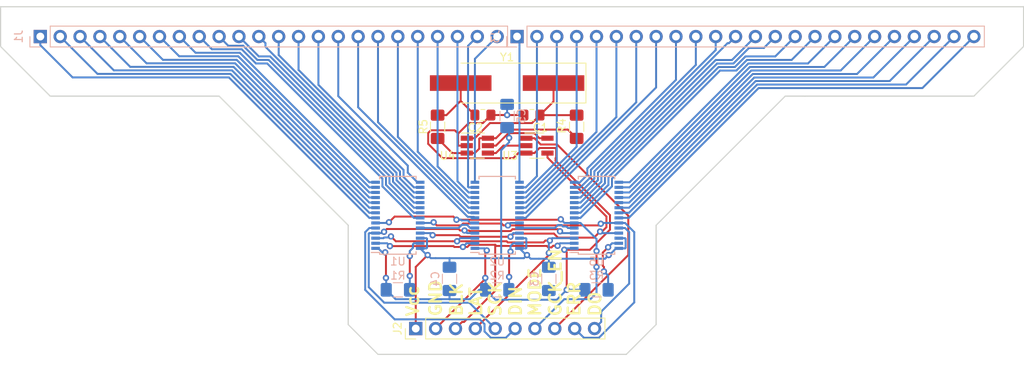
<source format=kicad_pcb>
(kicad_pcb (version 20171130) (host pcbnew "(5.0.0)")

  (general
    (thickness 1.6)
    (drawings 26)
    (tracks 620)
    (zones 0)
    (modules 19)
    (nets 69)
  )

  (page A4)
  (layers
    (0 F.Cu signal)
    (31 B.Cu signal)
    (32 B.Adhes user)
    (33 F.Adhes user)
    (34 B.Paste user)
    (35 F.Paste user)
    (36 B.SilkS user)
    (37 F.SilkS user)
    (38 B.Mask user)
    (39 F.Mask user)
    (40 Dwgs.User user)
    (41 Cmts.User user)
    (42 Eco1.User user)
    (43 Eco2.User user)
    (44 Edge.Cuts user)
    (45 Margin user)
    (46 B.CrtYd user)
    (47 F.CrtYd user)
    (48 B.Fab user)
    (49 F.Fab user)
  )

  (setup
    (last_trace_width 0.25)
    (trace_clearance 0.2)
    (zone_clearance 0.508)
    (zone_45_only no)
    (trace_min 0.2)
    (segment_width 0.2)
    (edge_width 0.15)
    (via_size 0.8)
    (via_drill 0.4)
    (via_min_size 0.4)
    (via_min_drill 0.3)
    (uvia_size 0.3)
    (uvia_drill 0.1)
    (uvias_allowed no)
    (uvia_min_size 0.2)
    (uvia_min_drill 0.1)
    (pcb_text_width 0.3)
    (pcb_text_size 1.5 1.5)
    (mod_edge_width 0.15)
    (mod_text_size 1 1)
    (mod_text_width 0.15)
    (pad_size 1.1 0.4)
    (pad_drill 0)
    (pad_to_mask_clearance 0.2)
    (aux_axis_origin 0 0)
    (visible_elements 7FFFFFFF)
    (pcbplotparams
      (layerselection 0x010fc_ffffffff)
      (usegerberextensions false)
      (usegerberattributes false)
      (usegerberadvancedattributes false)
      (creategerberjobfile false)
      (excludeedgelayer true)
      (linewidth 0.100000)
      (plotframeref false)
      (viasonmask false)
      (mode 1)
      (useauxorigin false)
      (hpglpennumber 1)
      (hpglpenspeed 20)
      (hpglpendiameter 15.000000)
      (psnegative false)
      (psa4output false)
      (plotreference true)
      (plotvalue true)
      (plotinvisibletext false)
      (padsonsilk false)
      (subtractmaskfromsilk false)
      (outputformat 1)
      (mirror false)
      (drillshape 1)
      (scaleselection 1)
      (outputdirectory ""))
  )

  (net 0 "")
  (net 1 "Net-(C1-Pad1)")
  (net 2 GND)
  (net 3 "Net-(C2-Pad1)")
  (net 4 /R0)
  (net 5 /R1)
  (net 6 /R2)
  (net 7 /R3)
  (net 8 /R4)
  (net 9 /R5)
  (net 10 /R6)
  (net 11 /R7)
  (net 12 /R8)
  (net 13 /R9)
  (net 14 /R10)
  (net 15 /R11)
  (net 16 /R12)
  (net 17 /R13)
  (net 18 /R14)
  (net 19 /R15)
  (net 20 /BLANK)
  (net 21 /XLAT)
  (net 22 /SCLK)
  (net 23 /SIN)
  (net 24 /MODE)
  (net 25 /GSCLK_EN)
  (net 26 /XERR)
  (net 27 /SOUT2)
  (net 28 /G0)
  (net 29 /G1)
  (net 30 /G2)
  (net 31 /G3)
  (net 32 /G4)
  (net 33 /G5)
  (net 34 /G6)
  (net 35 /G7)
  (net 36 /G8)
  (net 37 /G9)
  (net 38 /G10)
  (net 39 /G11)
  (net 40 /G12)
  (net 41 /G13)
  (net 42 /G14)
  (net 43 /G15)
  (net 44 /B15)
  (net 45 /B14)
  (net 46 /B13)
  (net 47 /B12)
  (net 48 /B11)
  (net 49 /B10)
  (net 50 /B9)
  (net 51 /B8)
  (net 52 /B7)
  (net 53 /B6)
  (net 54 /B5)
  (net 55 /B4)
  (net 56 /B3)
  (net 57 /B2)
  (net 58 /B1)
  (net 59 /B0)
  (net 60 "Net-(R1-Pad1)")
  (net 61 "Net-(R2-Pad1)")
  (net 62 "Net-(R3-Pad1)")
  (net 63 "Net-(R4-Pad1)")
  (net 64 /SOUT0)
  (net 65 /GSCLK)
  (net 66 /SOUT1)
  (net 67 "Net-(U3-Pad2)")
  (net 68 VCC)

  (net_class Default "This is the default net class."
    (clearance 0.2)
    (trace_width 0.25)
    (via_dia 0.8)
    (via_drill 0.4)
    (uvia_dia 0.3)
    (uvia_drill 0.1)
    (add_net /B0)
    (add_net /B1)
    (add_net /B10)
    (add_net /B11)
    (add_net /B12)
    (add_net /B13)
    (add_net /B14)
    (add_net /B15)
    (add_net /B2)
    (add_net /B3)
    (add_net /B4)
    (add_net /B5)
    (add_net /B6)
    (add_net /B7)
    (add_net /B8)
    (add_net /B9)
    (add_net /BLANK)
    (add_net /G0)
    (add_net /G1)
    (add_net /G10)
    (add_net /G11)
    (add_net /G12)
    (add_net /G13)
    (add_net /G14)
    (add_net /G15)
    (add_net /G2)
    (add_net /G3)
    (add_net /G4)
    (add_net /G5)
    (add_net /G6)
    (add_net /G7)
    (add_net /G8)
    (add_net /G9)
    (add_net /GSCLK)
    (add_net /GSCLK_EN)
    (add_net /MODE)
    (add_net /R0)
    (add_net /R1)
    (add_net /R10)
    (add_net /R11)
    (add_net /R12)
    (add_net /R13)
    (add_net /R14)
    (add_net /R15)
    (add_net /R2)
    (add_net /R3)
    (add_net /R4)
    (add_net /R5)
    (add_net /R6)
    (add_net /R7)
    (add_net /R8)
    (add_net /R9)
    (add_net /SCLK)
    (add_net /SIN)
    (add_net /SOUT0)
    (add_net /SOUT1)
    (add_net /SOUT2)
    (add_net /XERR)
    (add_net /XLAT)
    (add_net GND)
    (add_net "Net-(C1-Pad1)")
    (add_net "Net-(C2-Pad1)")
    (add_net "Net-(R1-Pad1)")
    (add_net "Net-(R2-Pad1)")
    (add_net "Net-(R3-Pad1)")
    (add_net "Net-(R4-Pad1)")
    (add_net "Net-(U3-Pad2)")
    (add_net VCC)
  )

  (module Connector_PinSocket_2.54mm:PinSocket_1x24_P2.54mm_Vertical (layer B.Cu) (tedit 5A19A427) (tstamp 5C1AA6B8)
    (at 88.9 33.02 270)
    (descr "Through hole straight socket strip, 1x24, 2.54mm pitch, single row (from Kicad 4.0.7), script generated")
    (tags "Through hole socket strip THT 1x24 2.54mm single row")
    (path /5C3839DA)
    (fp_text reference J1 (at 0 2.77 270) (layer B.SilkS)
      (effects (font (size 1 1) (thickness 0.15)) (justify mirror))
    )
    (fp_text value Conn_01x24 (at 0 -61.19 270) (layer B.Fab)
      (effects (font (size 1 1) (thickness 0.15)) (justify mirror))
    )
    (fp_text user %R (at 0 -29.21 180) (layer B.Fab)
      (effects (font (size 1 1) (thickness 0.15)) (justify mirror))
    )
    (fp_line (start -1.8 -60.2) (end -1.8 1.8) (layer B.CrtYd) (width 0.05))
    (fp_line (start 1.75 -60.2) (end -1.8 -60.2) (layer B.CrtYd) (width 0.05))
    (fp_line (start 1.75 1.8) (end 1.75 -60.2) (layer B.CrtYd) (width 0.05))
    (fp_line (start -1.8 1.8) (end 1.75 1.8) (layer B.CrtYd) (width 0.05))
    (fp_line (start 0 1.33) (end 1.33 1.33) (layer B.SilkS) (width 0.12))
    (fp_line (start 1.33 1.33) (end 1.33 0) (layer B.SilkS) (width 0.12))
    (fp_line (start 1.33 -1.27) (end 1.33 -59.75) (layer B.SilkS) (width 0.12))
    (fp_line (start -1.33 -59.75) (end 1.33 -59.75) (layer B.SilkS) (width 0.12))
    (fp_line (start -1.33 -1.27) (end -1.33 -59.75) (layer B.SilkS) (width 0.12))
    (fp_line (start -1.33 -1.27) (end 1.33 -1.27) (layer B.SilkS) (width 0.12))
    (fp_line (start -1.27 -59.69) (end -1.27 1.27) (layer B.Fab) (width 0.1))
    (fp_line (start 1.27 -59.69) (end -1.27 -59.69) (layer B.Fab) (width 0.1))
    (fp_line (start 1.27 0.635) (end 1.27 -59.69) (layer B.Fab) (width 0.1))
    (fp_line (start 0.635 1.27) (end 1.27 0.635) (layer B.Fab) (width 0.1))
    (fp_line (start -1.27 1.27) (end 0.635 1.27) (layer B.Fab) (width 0.1))
    (pad 24 thru_hole oval (at 0 -58.42 270) (size 1.7 1.7) (drill 1) (layers *.Cu *.Mask)
      (net 52 /B7))
    (pad 23 thru_hole oval (at 0 -55.88 270) (size 1.7 1.7) (drill 1) (layers *.Cu *.Mask)
      (net 35 /G7))
    (pad 22 thru_hole oval (at 0 -53.34 270) (size 1.7 1.7) (drill 1) (layers *.Cu *.Mask)
      (net 11 /R7))
    (pad 21 thru_hole oval (at 0 -50.8 270) (size 1.7 1.7) (drill 1) (layers *.Cu *.Mask)
      (net 53 /B6))
    (pad 20 thru_hole oval (at 0 -48.26 270) (size 1.7 1.7) (drill 1) (layers *.Cu *.Mask)
      (net 34 /G6))
    (pad 19 thru_hole oval (at 0 -45.72 270) (size 1.7 1.7) (drill 1) (layers *.Cu *.Mask)
      (net 10 /R6))
    (pad 18 thru_hole oval (at 0 -43.18 270) (size 1.7 1.7) (drill 1) (layers *.Cu *.Mask)
      (net 54 /B5))
    (pad 17 thru_hole oval (at 0 -40.64 270) (size 1.7 1.7) (drill 1) (layers *.Cu *.Mask)
      (net 33 /G5))
    (pad 16 thru_hole oval (at 0 -38.1 270) (size 1.7 1.7) (drill 1) (layers *.Cu *.Mask)
      (net 57 /B2))
    (pad 15 thru_hole oval (at 0 -35.56 270) (size 1.7 1.7) (drill 1) (layers *.Cu *.Mask)
      (net 7 /R3))
    (pad 14 thru_hole oval (at 0 -33.02 270) (size 1.7 1.7) (drill 1) (layers *.Cu *.Mask)
      (net 31 /G3))
    (pad 13 thru_hole oval (at 0 -30.48 270) (size 1.7 1.7) (drill 1) (layers *.Cu *.Mask)
      (net 56 /B3))
    (pad 12 thru_hole oval (at 0 -27.94 270) (size 1.7 1.7) (drill 1) (layers *.Cu *.Mask)
      (net 8 /R4))
    (pad 11 thru_hole oval (at 0 -25.4 270) (size 1.7 1.7) (drill 1) (layers *.Cu *.Mask)
      (net 32 /G4))
    (pad 10 thru_hole oval (at 0 -22.86 270) (size 1.7 1.7) (drill 1) (layers *.Cu *.Mask)
      (net 55 /B4))
    (pad 9 thru_hole oval (at 0 -20.32 270) (size 1.7 1.7) (drill 1) (layers *.Cu *.Mask)
      (net 9 /R5))
    (pad 8 thru_hole oval (at 0 -17.78 270) (size 1.7 1.7) (drill 1) (layers *.Cu *.Mask)
      (net 30 /G2))
    (pad 7 thru_hole oval (at 0 -15.24 270) (size 1.7 1.7) (drill 1) (layers *.Cu *.Mask)
      (net 6 /R2))
    (pad 6 thru_hole oval (at 0 -12.7 270) (size 1.7 1.7) (drill 1) (layers *.Cu *.Mask)
      (net 58 /B1))
    (pad 5 thru_hole oval (at 0 -10.16 270) (size 1.7 1.7) (drill 1) (layers *.Cu *.Mask)
      (net 29 /G1))
    (pad 4 thru_hole oval (at 0 -7.62 270) (size 1.7 1.7) (drill 1) (layers *.Cu *.Mask)
      (net 5 /R1))
    (pad 3 thru_hole oval (at 0 -5.08 270) (size 1.7 1.7) (drill 1) (layers *.Cu *.Mask)
      (net 59 /B0))
    (pad 2 thru_hole oval (at 0 -2.54 270) (size 1.7 1.7) (drill 1) (layers *.Cu *.Mask)
      (net 28 /G0))
    (pad 1 thru_hole rect (at 0 0 270) (size 1.7 1.7) (drill 1) (layers *.Cu *.Mask)
      (net 4 /R0))
    (model ${KISYS3DMOD}/Connector_PinSocket_2.54mm.3dshapes/PinSocket_1x24_P2.54mm_Vertical.wrl
      (at (xyz 0 0 0))
      (scale (xyz 1 1 1))
      (rotate (xyz 0 0 0))
    )
  )

  (module Connector_PinSocket_2.54mm:PinSocket_1x24_P2.54mm_Vertical (layer B.Cu) (tedit 5A19A427) (tstamp 5C1AA6E4)
    (at 149.86 33.02 270)
    (descr "Through hole straight socket strip, 1x24, 2.54mm pitch, single row (from Kicad 4.0.7), script generated")
    (tags "Through hole socket strip THT 1x24 2.54mm single row")
    (path /5C383B5C)
    (fp_text reference J3 (at 0 2.77 270) (layer B.SilkS)
      (effects (font (size 1 1) (thickness 0.15)) (justify mirror))
    )
    (fp_text value Conn_01x24 (at 0 -61.19 270) (layer B.Fab)
      (effects (font (size 1 1) (thickness 0.15)) (justify mirror))
    )
    (fp_text user %R (at 0 -29.21 180) (layer B.Fab)
      (effects (font (size 1 1) (thickness 0.15)) (justify mirror))
    )
    (fp_line (start -1.8 -60.2) (end -1.8 1.8) (layer B.CrtYd) (width 0.05))
    (fp_line (start 1.75 -60.2) (end -1.8 -60.2) (layer B.CrtYd) (width 0.05))
    (fp_line (start 1.75 1.8) (end 1.75 -60.2) (layer B.CrtYd) (width 0.05))
    (fp_line (start -1.8 1.8) (end 1.75 1.8) (layer B.CrtYd) (width 0.05))
    (fp_line (start 0 1.33) (end 1.33 1.33) (layer B.SilkS) (width 0.12))
    (fp_line (start 1.33 1.33) (end 1.33 0) (layer B.SilkS) (width 0.12))
    (fp_line (start 1.33 -1.27) (end 1.33 -59.75) (layer B.SilkS) (width 0.12))
    (fp_line (start -1.33 -59.75) (end 1.33 -59.75) (layer B.SilkS) (width 0.12))
    (fp_line (start -1.33 -1.27) (end -1.33 -59.75) (layer B.SilkS) (width 0.12))
    (fp_line (start -1.33 -1.27) (end 1.33 -1.27) (layer B.SilkS) (width 0.12))
    (fp_line (start -1.27 -59.69) (end -1.27 1.27) (layer B.Fab) (width 0.1))
    (fp_line (start 1.27 -59.69) (end -1.27 -59.69) (layer B.Fab) (width 0.1))
    (fp_line (start 1.27 0.635) (end 1.27 -59.69) (layer B.Fab) (width 0.1))
    (fp_line (start 0.635 1.27) (end 1.27 0.635) (layer B.Fab) (width 0.1))
    (fp_line (start -1.27 1.27) (end 0.635 1.27) (layer B.Fab) (width 0.1))
    (pad 24 thru_hole oval (at 0 -58.42 270) (size 1.7 1.7) (drill 1) (layers *.Cu *.Mask)
      (net 44 /B15))
    (pad 23 thru_hole oval (at 0 -55.88 270) (size 1.7 1.7) (drill 1) (layers *.Cu *.Mask)
      (net 43 /G15))
    (pad 22 thru_hole oval (at 0 -53.34 270) (size 1.7 1.7) (drill 1) (layers *.Cu *.Mask)
      (net 19 /R15))
    (pad 21 thru_hole oval (at 0 -50.8 270) (size 1.7 1.7) (drill 1) (layers *.Cu *.Mask)
      (net 45 /B14))
    (pad 20 thru_hole oval (at 0 -48.26 270) (size 1.7 1.7) (drill 1) (layers *.Cu *.Mask)
      (net 42 /G14))
    (pad 19 thru_hole oval (at 0 -45.72 270) (size 1.7 1.7) (drill 1) (layers *.Cu *.Mask)
      (net 18 /R14))
    (pad 18 thru_hole oval (at 0 -43.18 270) (size 1.7 1.7) (drill 1) (layers *.Cu *.Mask)
      (net 46 /B13))
    (pad 17 thru_hole oval (at 0 -40.64 270) (size 1.7 1.7) (drill 1) (layers *.Cu *.Mask)
      (net 41 /G13))
    (pad 16 thru_hole oval (at 0 -38.1 270) (size 1.7 1.7) (drill 1) (layers *.Cu *.Mask)
      (net 49 /B10))
    (pad 15 thru_hole oval (at 0 -35.56 270) (size 1.7 1.7) (drill 1) (layers *.Cu *.Mask)
      (net 15 /R11))
    (pad 14 thru_hole oval (at 0 -33.02 270) (size 1.7 1.7) (drill 1) (layers *.Cu *.Mask)
      (net 39 /G11))
    (pad 13 thru_hole oval (at 0 -30.48 270) (size 1.7 1.7) (drill 1) (layers *.Cu *.Mask)
      (net 48 /B11))
    (pad 12 thru_hole oval (at 0 -27.94 270) (size 1.7 1.7) (drill 1) (layers *.Cu *.Mask)
      (net 16 /R12))
    (pad 11 thru_hole oval (at 0 -25.4 270) (size 1.7 1.7) (drill 1) (layers *.Cu *.Mask)
      (net 40 /G12))
    (pad 10 thru_hole oval (at 0 -22.86 270) (size 1.7 1.7) (drill 1) (layers *.Cu *.Mask)
      (net 47 /B12))
    (pad 9 thru_hole oval (at 0 -20.32 270) (size 1.7 1.7) (drill 1) (layers *.Cu *.Mask)
      (net 17 /R13))
    (pad 8 thru_hole oval (at 0 -17.78 270) (size 1.7 1.7) (drill 1) (layers *.Cu *.Mask)
      (net 38 /G10))
    (pad 7 thru_hole oval (at 0 -15.24 270) (size 1.7 1.7) (drill 1) (layers *.Cu *.Mask)
      (net 14 /R10))
    (pad 6 thru_hole oval (at 0 -12.7 270) (size 1.7 1.7) (drill 1) (layers *.Cu *.Mask)
      (net 50 /B9))
    (pad 5 thru_hole oval (at 0 -10.16 270) (size 1.7 1.7) (drill 1) (layers *.Cu *.Mask)
      (net 37 /G9))
    (pad 4 thru_hole oval (at 0 -7.62 270) (size 1.7 1.7) (drill 1) (layers *.Cu *.Mask)
      (net 13 /R9))
    (pad 3 thru_hole oval (at 0 -5.08 270) (size 1.7 1.7) (drill 1) (layers *.Cu *.Mask)
      (net 51 /B8))
    (pad 2 thru_hole oval (at 0 -2.54 270) (size 1.7 1.7) (drill 1) (layers *.Cu *.Mask)
      (net 36 /G8))
    (pad 1 thru_hole rect (at 0 0 270) (size 1.7 1.7) (drill 1) (layers *.Cu *.Mask)
      (net 12 /R8))
    (model ${KISYS3DMOD}/Connector_PinSocket_2.54mm.3dshapes/PinSocket_1x24_P2.54mm_Vertical.wrl
      (at (xyz 0 0 0))
      (scale (xyz 1 1 1))
      (rotate (xyz 0 0 0))
    )
  )

  (module Capacitor_SMD:C_0805_2012Metric_Pad1.15x1.40mm_HandSolder (layer F.Cu) (tedit 5B36C52B) (tstamp 5C19AC6C)
    (at 151.764205 43.059845 180)
    (descr "Capacitor SMD 0805 (2012 Metric), square (rectangular) end terminal, IPC_7351 nominal with elongated pad for handsoldering. (Body size source: https://docs.google.com/spreadsheets/d/1BsfQQcO9C6DZCsRaXUlFlo91Tg2WpOkGARC1WS5S8t0/edit?usp=sharing), generated with kicad-footprint-generator")
    (tags "capacitor handsolder")
    (path /5C208509)
    (attr smd)
    (fp_text reference C1 (at -1.0922 -1.6002 180) (layer F.SilkS)
      (effects (font (size 1 1) (thickness 0.15)))
    )
    (fp_text value 10pF (at 0 1.65 180) (layer F.Fab)
      (effects (font (size 1 1) (thickness 0.15)))
    )
    (fp_line (start -1 0.6) (end -1 -0.6) (layer F.Fab) (width 0.1))
    (fp_line (start -1 -0.6) (end 1 -0.6) (layer F.Fab) (width 0.1))
    (fp_line (start 1 -0.6) (end 1 0.6) (layer F.Fab) (width 0.1))
    (fp_line (start 1 0.6) (end -1 0.6) (layer F.Fab) (width 0.1))
    (fp_line (start -0.261252 -0.71) (end 0.261252 -0.71) (layer F.SilkS) (width 0.12))
    (fp_line (start -0.261252 0.71) (end 0.261252 0.71) (layer F.SilkS) (width 0.12))
    (fp_line (start -1.85 0.95) (end -1.85 -0.95) (layer F.CrtYd) (width 0.05))
    (fp_line (start -1.85 -0.95) (end 1.85 -0.95) (layer F.CrtYd) (width 0.05))
    (fp_line (start 1.85 -0.95) (end 1.85 0.95) (layer F.CrtYd) (width 0.05))
    (fp_line (start 1.85 0.95) (end -1.85 0.95) (layer F.CrtYd) (width 0.05))
    (fp_text user %R (at 0 0 180) (layer F.Fab)
      (effects (font (size 0.5 0.5) (thickness 0.08)))
    )
    (pad 1 smd roundrect (at -1.025 0 180) (size 1.15 1.4) (layers F.Cu F.Paste F.Mask) (roundrect_rratio 0.217391)
      (net 1 "Net-(C1-Pad1)"))
    (pad 2 smd roundrect (at 1.025 0 180) (size 1.15 1.4) (layers F.Cu F.Paste F.Mask) (roundrect_rratio 0.217391)
      (net 2 GND))
    (model ${KISYS3DMOD}/Capacitor_SMD.3dshapes/C_0805_2012Metric.wrl
      (at (xyz 0 0 0))
      (scale (xyz 1 1 1))
      (rotate (xyz 0 0 0))
    )
  )

  (module Capacitor_SMD:C_0805_2012Metric_Pad1.15x1.40mm_HandSolder (layer F.Cu) (tedit 5B36C52B) (tstamp 5C19AC7D)
    (at 145.490405 43.059845)
    (descr "Capacitor SMD 0805 (2012 Metric), square (rectangular) end terminal, IPC_7351 nominal with elongated pad for handsoldering. (Body size source: https://docs.google.com/spreadsheets/d/1BsfQQcO9C6DZCsRaXUlFlo91Tg2WpOkGARC1WS5S8t0/edit?usp=sharing), generated with kicad-footprint-generator")
    (tags "capacitor handsolder")
    (path /5C20855B)
    (attr smd)
    (fp_text reference C2 (at -0.9652 1.6002) (layer F.SilkS)
      (effects (font (size 1 1) (thickness 0.15)))
    )
    (fp_text value 10pF (at 0 1.65) (layer F.Fab)
      (effects (font (size 1 1) (thickness 0.15)))
    )
    (fp_text user %R (at 0 0) (layer F.Fab)
      (effects (font (size 0.5 0.5) (thickness 0.08)))
    )
    (fp_line (start 1.85 0.95) (end -1.85 0.95) (layer F.CrtYd) (width 0.05))
    (fp_line (start 1.85 -0.95) (end 1.85 0.95) (layer F.CrtYd) (width 0.05))
    (fp_line (start -1.85 -0.95) (end 1.85 -0.95) (layer F.CrtYd) (width 0.05))
    (fp_line (start -1.85 0.95) (end -1.85 -0.95) (layer F.CrtYd) (width 0.05))
    (fp_line (start -0.261252 0.71) (end 0.261252 0.71) (layer F.SilkS) (width 0.12))
    (fp_line (start -0.261252 -0.71) (end 0.261252 -0.71) (layer F.SilkS) (width 0.12))
    (fp_line (start 1 0.6) (end -1 0.6) (layer F.Fab) (width 0.1))
    (fp_line (start 1 -0.6) (end 1 0.6) (layer F.Fab) (width 0.1))
    (fp_line (start -1 -0.6) (end 1 -0.6) (layer F.Fab) (width 0.1))
    (fp_line (start -1 0.6) (end -1 -0.6) (layer F.Fab) (width 0.1))
    (pad 2 smd roundrect (at 1.025 0) (size 1.15 1.4) (layers F.Cu F.Paste F.Mask) (roundrect_rratio 0.217391)
      (net 2 GND))
    (pad 1 smd roundrect (at -1.025 0) (size 1.15 1.4) (layers F.Cu F.Paste F.Mask) (roundrect_rratio 0.217391)
      (net 3 "Net-(C2-Pad1)"))
    (model ${KISYS3DMOD}/Capacitor_SMD.3dshapes/C_0805_2012Metric.wrl
      (at (xyz 0 0 0))
      (scale (xyz 1 1 1))
      (rotate (xyz 0 0 0))
    )
  )

  (module Connector_PinHeader_2.54mm:PinHeader_1x10_P2.54mm_Vertical (layer F.Cu) (tedit 59FED5CC) (tstamp 5C19ACBF)
    (at 136.906 70.358 90)
    (descr "Through hole straight pin header, 1x10, 2.54mm pitch, single row")
    (tags "Through hole pin header THT 1x10 2.54mm single row")
    (path /5C187B4D)
    (fp_text reference J2 (at 0 -2.33 90) (layer F.SilkS)
      (effects (font (size 1 1) (thickness 0.15)))
    )
    (fp_text value Conn_01x10 (at 0 25.19 90) (layer F.Fab)
      (effects (font (size 1 1) (thickness 0.15)))
    )
    (fp_line (start -0.635 -1.27) (end 1.27 -1.27) (layer F.Fab) (width 0.1))
    (fp_line (start 1.27 -1.27) (end 1.27 24.13) (layer F.Fab) (width 0.1))
    (fp_line (start 1.27 24.13) (end -1.27 24.13) (layer F.Fab) (width 0.1))
    (fp_line (start -1.27 24.13) (end -1.27 -0.635) (layer F.Fab) (width 0.1))
    (fp_line (start -1.27 -0.635) (end -0.635 -1.27) (layer F.Fab) (width 0.1))
    (fp_line (start -1.33 24.19) (end 1.33 24.19) (layer F.SilkS) (width 0.12))
    (fp_line (start -1.33 1.27) (end -1.33 24.19) (layer F.SilkS) (width 0.12))
    (fp_line (start 1.33 1.27) (end 1.33 24.19) (layer F.SilkS) (width 0.12))
    (fp_line (start -1.33 1.27) (end 1.33 1.27) (layer F.SilkS) (width 0.12))
    (fp_line (start -1.33 0) (end -1.33 -1.33) (layer F.SilkS) (width 0.12))
    (fp_line (start -1.33 -1.33) (end 0 -1.33) (layer F.SilkS) (width 0.12))
    (fp_line (start -1.8 -1.8) (end -1.8 24.65) (layer F.CrtYd) (width 0.05))
    (fp_line (start -1.8 24.65) (end 1.8 24.65) (layer F.CrtYd) (width 0.05))
    (fp_line (start 1.8 24.65) (end 1.8 -1.8) (layer F.CrtYd) (width 0.05))
    (fp_line (start 1.8 -1.8) (end -1.8 -1.8) (layer F.CrtYd) (width 0.05))
    (fp_text user %R (at 0 11.43 180) (layer F.Fab)
      (effects (font (size 1 1) (thickness 0.15)))
    )
    (pad 1 thru_hole rect (at 0 0 90) (size 1.7 1.7) (drill 1) (layers *.Cu *.Mask)
      (net 68 VCC))
    (pad 2 thru_hole oval (at 0 2.54 90) (size 1.7 1.7) (drill 1) (layers *.Cu *.Mask)
      (net 2 GND))
    (pad 3 thru_hole oval (at 0 5.08 90) (size 1.7 1.7) (drill 1) (layers *.Cu *.Mask)
      (net 20 /BLANK))
    (pad 4 thru_hole oval (at 0 7.62 90) (size 1.7 1.7) (drill 1) (layers *.Cu *.Mask)
      (net 21 /XLAT))
    (pad 5 thru_hole oval (at 0 10.16 90) (size 1.7 1.7) (drill 1) (layers *.Cu *.Mask)
      (net 22 /SCLK))
    (pad 6 thru_hole oval (at 0 12.7 90) (size 1.7 1.7) (drill 1) (layers *.Cu *.Mask)
      (net 23 /SIN))
    (pad 7 thru_hole oval (at 0 15.24 90) (size 1.7 1.7) (drill 1) (layers *.Cu *.Mask)
      (net 24 /MODE))
    (pad 8 thru_hole oval (at 0 17.78 90) (size 1.7 1.7) (drill 1) (layers *.Cu *.Mask)
      (net 25 /GSCLK_EN))
    (pad 9 thru_hole oval (at 0 20.32 90) (size 1.7 1.7) (drill 1) (layers *.Cu *.Mask)
      (net 26 /XERR))
    (pad 10 thru_hole oval (at 0 22.86 90) (size 1.7 1.7) (drill 1) (layers *.Cu *.Mask)
      (net 27 /SOUT2))
    (model ${KISYS3DMOD}/Connector_PinHeader_2.54mm.3dshapes/PinHeader_1x10_P2.54mm_Vertical.wrl
      (at (xyz 0 0 0))
      (scale (xyz 1 1 1))
      (rotate (xyz 0 0 0))
    )
  )

  (module Resistor_SMD:R_1206_3216Metric_Pad1.42x1.75mm_HandSolder (layer B.Cu) (tedit 5B301BBD) (tstamp 5C19AD18)
    (at 134.62 65.405 180)
    (descr "Resistor SMD 1206 (3216 Metric), square (rectangular) end terminal, IPC_7351 nominal with elongated pad for handsoldering. (Body size source: http://www.tortai-tech.com/upload/download/2011102023233369053.pdf), generated with kicad-footprint-generator")
    (tags "resistor handsolder")
    (path /5C188963)
    (attr smd)
    (fp_text reference R1 (at 0 1.82 180) (layer B.SilkS)
      (effects (font (size 1 1) (thickness 0.15)) (justify mirror))
    )
    (fp_text value 3.3k (at 0 -1.82 180) (layer B.Fab)
      (effects (font (size 1 1) (thickness 0.15)) (justify mirror))
    )
    (fp_text user %R (at 0 0 180) (layer B.Fab)
      (effects (font (size 0.8 0.8) (thickness 0.12)) (justify mirror))
    )
    (fp_line (start 2.45 -1.12) (end -2.45 -1.12) (layer B.CrtYd) (width 0.05))
    (fp_line (start 2.45 1.12) (end 2.45 -1.12) (layer B.CrtYd) (width 0.05))
    (fp_line (start -2.45 1.12) (end 2.45 1.12) (layer B.CrtYd) (width 0.05))
    (fp_line (start -2.45 -1.12) (end -2.45 1.12) (layer B.CrtYd) (width 0.05))
    (fp_line (start -0.602064 -0.91) (end 0.602064 -0.91) (layer B.SilkS) (width 0.12))
    (fp_line (start -0.602064 0.91) (end 0.602064 0.91) (layer B.SilkS) (width 0.12))
    (fp_line (start 1.6 -0.8) (end -1.6 -0.8) (layer B.Fab) (width 0.1))
    (fp_line (start 1.6 0.8) (end 1.6 -0.8) (layer B.Fab) (width 0.1))
    (fp_line (start -1.6 0.8) (end 1.6 0.8) (layer B.Fab) (width 0.1))
    (fp_line (start -1.6 -0.8) (end -1.6 0.8) (layer B.Fab) (width 0.1))
    (pad 2 smd roundrect (at 1.4875 0 180) (size 1.425 1.75) (layers B.Cu B.Paste B.Mask) (roundrect_rratio 0.175439)
      (net 2 GND))
    (pad 1 smd roundrect (at -1.4875 0 180) (size 1.425 1.75) (layers B.Cu B.Paste B.Mask) (roundrect_rratio 0.175439)
      (net 60 "Net-(R1-Pad1)"))
    (model ${KISYS3DMOD}/Resistor_SMD.3dshapes/R_1206_3216Metric.wrl
      (at (xyz 0 0 0))
      (scale (xyz 1 1 1))
      (rotate (xyz 0 0 0))
    )
  )

  (module Resistor_SMD:R_1206_3216Metric_Pad1.42x1.75mm_HandSolder (layer B.Cu) (tedit 5B301BBD) (tstamp 5C19AD29)
    (at 147.32 65.405 180)
    (descr "Resistor SMD 1206 (3216 Metric), square (rectangular) end terminal, IPC_7351 nominal with elongated pad for handsoldering. (Body size source: http://www.tortai-tech.com/upload/download/2011102023233369053.pdf), generated with kicad-footprint-generator")
    (tags "resistor handsolder")
    (path /5C1AD889)
    (attr smd)
    (fp_text reference R2 (at 0 1.82 180) (layer B.SilkS)
      (effects (font (size 1 1) (thickness 0.15)) (justify mirror))
    )
    (fp_text value 3.3k (at 0 -1.82 180) (layer B.Fab)
      (effects (font (size 1 1) (thickness 0.15)) (justify mirror))
    )
    (fp_line (start -1.6 -0.8) (end -1.6 0.8) (layer B.Fab) (width 0.1))
    (fp_line (start -1.6 0.8) (end 1.6 0.8) (layer B.Fab) (width 0.1))
    (fp_line (start 1.6 0.8) (end 1.6 -0.8) (layer B.Fab) (width 0.1))
    (fp_line (start 1.6 -0.8) (end -1.6 -0.8) (layer B.Fab) (width 0.1))
    (fp_line (start -0.602064 0.91) (end 0.602064 0.91) (layer B.SilkS) (width 0.12))
    (fp_line (start -0.602064 -0.91) (end 0.602064 -0.91) (layer B.SilkS) (width 0.12))
    (fp_line (start -2.45 -1.12) (end -2.45 1.12) (layer B.CrtYd) (width 0.05))
    (fp_line (start -2.45 1.12) (end 2.45 1.12) (layer B.CrtYd) (width 0.05))
    (fp_line (start 2.45 1.12) (end 2.45 -1.12) (layer B.CrtYd) (width 0.05))
    (fp_line (start 2.45 -1.12) (end -2.45 -1.12) (layer B.CrtYd) (width 0.05))
    (fp_text user %R (at 0 0 180) (layer B.Fab)
      (effects (font (size 0.8 0.8) (thickness 0.12)) (justify mirror))
    )
    (pad 1 smd roundrect (at -1.4875 0 180) (size 1.425 1.75) (layers B.Cu B.Paste B.Mask) (roundrect_rratio 0.175439)
      (net 61 "Net-(R2-Pad1)"))
    (pad 2 smd roundrect (at 1.4875 0 180) (size 1.425 1.75) (layers B.Cu B.Paste B.Mask) (roundrect_rratio 0.175439)
      (net 2 GND))
    (model ${KISYS3DMOD}/Resistor_SMD.3dshapes/R_1206_3216Metric.wrl
      (at (xyz 0 0 0))
      (scale (xyz 1 1 1))
      (rotate (xyz 0 0 0))
    )
  )

  (module Resistor_SMD:R_1206_3216Metric_Pad1.42x1.75mm_HandSolder (layer B.Cu) (tedit 5B301BBD) (tstamp 5C19AD3A)
    (at 160.02 65.405 180)
    (descr "Resistor SMD 1206 (3216 Metric), square (rectangular) end terminal, IPC_7351 nominal with elongated pad for handsoldering. (Body size source: http://www.tortai-tech.com/upload/download/2011102023233369053.pdf), generated with kicad-footprint-generator")
    (tags "resistor handsolder")
    (path /5C1B055B)
    (attr smd)
    (fp_text reference R3 (at 0 1.82 180) (layer B.SilkS)
      (effects (font (size 1 1) (thickness 0.15)) (justify mirror))
    )
    (fp_text value 3.3k (at 0 -1.82 180) (layer B.Fab)
      (effects (font (size 1 1) (thickness 0.15)) (justify mirror))
    )
    (fp_text user %R (at 0 0 180) (layer B.Fab)
      (effects (font (size 0.8 0.8) (thickness 0.12)) (justify mirror))
    )
    (fp_line (start 2.45 -1.12) (end -2.45 -1.12) (layer B.CrtYd) (width 0.05))
    (fp_line (start 2.45 1.12) (end 2.45 -1.12) (layer B.CrtYd) (width 0.05))
    (fp_line (start -2.45 1.12) (end 2.45 1.12) (layer B.CrtYd) (width 0.05))
    (fp_line (start -2.45 -1.12) (end -2.45 1.12) (layer B.CrtYd) (width 0.05))
    (fp_line (start -0.602064 -0.91) (end 0.602064 -0.91) (layer B.SilkS) (width 0.12))
    (fp_line (start -0.602064 0.91) (end 0.602064 0.91) (layer B.SilkS) (width 0.12))
    (fp_line (start 1.6 -0.8) (end -1.6 -0.8) (layer B.Fab) (width 0.1))
    (fp_line (start 1.6 0.8) (end 1.6 -0.8) (layer B.Fab) (width 0.1))
    (fp_line (start -1.6 0.8) (end 1.6 0.8) (layer B.Fab) (width 0.1))
    (fp_line (start -1.6 -0.8) (end -1.6 0.8) (layer B.Fab) (width 0.1))
    (pad 2 smd roundrect (at 1.4875 0 180) (size 1.425 1.75) (layers B.Cu B.Paste B.Mask) (roundrect_rratio 0.175439)
      (net 2 GND))
    (pad 1 smd roundrect (at -1.4875 0 180) (size 1.425 1.75) (layers B.Cu B.Paste B.Mask) (roundrect_rratio 0.175439)
      (net 62 "Net-(R3-Pad1)"))
    (model ${KISYS3DMOD}/Resistor_SMD.3dshapes/R_1206_3216Metric.wrl
      (at (xyz 0 0 0))
      (scale (xyz 1 1 1))
      (rotate (xyz 0 0 0))
    )
  )

  (module Resistor_SMD:R_1206_3216Metric_Pad1.42x1.75mm_HandSolder (layer F.Cu) (tedit 5B301BBD) (tstamp 5C19AD4B)
    (at 157.479205 44.558445 90)
    (descr "Resistor SMD 1206 (3216 Metric), square (rectangular) end terminal, IPC_7351 nominal with elongated pad for handsoldering. (Body size source: http://www.tortai-tech.com/upload/download/2011102023233369053.pdf), generated with kicad-footprint-generator")
    (tags "resistor handsolder")
    (path /5C2208AE)
    (attr smd)
    (fp_text reference R4 (at 0.108445 -1.904205 90) (layer F.SilkS)
      (effects (font (size 1 1) (thickness 0.15)))
    )
    (fp_text value >1MΩ (at 0 1.82 90) (layer F.Fab)
      (effects (font (size 1 1) (thickness 0.15)))
    )
    (fp_line (start -1.6 0.8) (end -1.6 -0.8) (layer F.Fab) (width 0.1))
    (fp_line (start -1.6 -0.8) (end 1.6 -0.8) (layer F.Fab) (width 0.1))
    (fp_line (start 1.6 -0.8) (end 1.6 0.8) (layer F.Fab) (width 0.1))
    (fp_line (start 1.6 0.8) (end -1.6 0.8) (layer F.Fab) (width 0.1))
    (fp_line (start -0.602064 -0.91) (end 0.602064 -0.91) (layer F.SilkS) (width 0.12))
    (fp_line (start -0.602064 0.91) (end 0.602064 0.91) (layer F.SilkS) (width 0.12))
    (fp_line (start -2.45 1.12) (end -2.45 -1.12) (layer F.CrtYd) (width 0.05))
    (fp_line (start -2.45 -1.12) (end 2.45 -1.12) (layer F.CrtYd) (width 0.05))
    (fp_line (start 2.45 -1.12) (end 2.45 1.12) (layer F.CrtYd) (width 0.05))
    (fp_line (start 2.45 1.12) (end -2.45 1.12) (layer F.CrtYd) (width 0.05))
    (fp_text user %R (at 0 0 90) (layer F.Fab)
      (effects (font (size 0.8 0.8) (thickness 0.12)))
    )
    (pad 1 smd roundrect (at -1.4875 0 90) (size 1.425 1.75) (layers F.Cu F.Paste F.Mask) (roundrect_rratio 0.175439)
      (net 63 "Net-(R4-Pad1)"))
    (pad 2 smd roundrect (at 1.4875 0 90) (size 1.425 1.75) (layers F.Cu F.Paste F.Mask) (roundrect_rratio 0.175439)
      (net 1 "Net-(C1-Pad1)"))
    (model ${KISYS3DMOD}/Resistor_SMD.3dshapes/R_1206_3216Metric.wrl
      (at (xyz 0 0 0))
      (scale (xyz 1 1 1))
      (rotate (xyz 0 0 0))
    )
  )

  (module Resistor_SMD:R_1206_3216Metric_Pad1.42x1.75mm_HandSolder (layer F.Cu) (tedit 5B301BBD) (tstamp 5C19AD5C)
    (at 139.699205 44.558445 90)
    (descr "Resistor SMD 1206 (3216 Metric), square (rectangular) end terminal, IPC_7351 nominal with elongated pad for handsoldering. (Body size source: http://www.tortai-tech.com/upload/download/2011102023233369053.pdf), generated with kicad-footprint-generator")
    (tags "resistor handsolder")
    (path /5C20862D)
    (attr smd)
    (fp_text reference R5 (at 0 -1.82 90) (layer F.SilkS)
      (effects (font (size 1 1) (thickness 0.15)))
    )
    (fp_text value 270Ω (at 0 1.82 90) (layer F.Fab)
      (effects (font (size 1 1) (thickness 0.15)))
    )
    (fp_line (start -1.6 0.8) (end -1.6 -0.8) (layer F.Fab) (width 0.1))
    (fp_line (start -1.6 -0.8) (end 1.6 -0.8) (layer F.Fab) (width 0.1))
    (fp_line (start 1.6 -0.8) (end 1.6 0.8) (layer F.Fab) (width 0.1))
    (fp_line (start 1.6 0.8) (end -1.6 0.8) (layer F.Fab) (width 0.1))
    (fp_line (start -0.602064 -0.91) (end 0.602064 -0.91) (layer F.SilkS) (width 0.12))
    (fp_line (start -0.602064 0.91) (end 0.602064 0.91) (layer F.SilkS) (width 0.12))
    (fp_line (start -2.45 1.12) (end -2.45 -1.12) (layer F.CrtYd) (width 0.05))
    (fp_line (start -2.45 -1.12) (end 2.45 -1.12) (layer F.CrtYd) (width 0.05))
    (fp_line (start 2.45 -1.12) (end 2.45 1.12) (layer F.CrtYd) (width 0.05))
    (fp_line (start 2.45 1.12) (end -2.45 1.12) (layer F.CrtYd) (width 0.05))
    (fp_text user %R (at 0 0 90) (layer F.Fab)
      (effects (font (size 0.8 0.8) (thickness 0.12)))
    )
    (pad 1 smd roundrect (at -1.4875 0 90) (size 1.425 1.75) (layers F.Cu F.Paste F.Mask) (roundrect_rratio 0.175439)
      (net 63 "Net-(R4-Pad1)"))
    (pad 2 smd roundrect (at 1.4875 0 90) (size 1.425 1.75) (layers F.Cu F.Paste F.Mask) (roundrect_rratio 0.175439)
      (net 3 "Net-(C2-Pad1)"))
    (model ${KISYS3DMOD}/Resistor_SMD.3dshapes/R_1206_3216Metric.wrl
      (at (xyz 0 0 0))
      (scale (xyz 1 1 1))
      (rotate (xyz 0 0 0))
    )
  )

  (module Package_SO:TSSOP-28_4.4x9.7mm_P0.65mm (layer B.Cu) (tedit 5C18A1C7) (tstamp 5C19AD8D)
    (at 134.62 55.88)
    (descr "TSSOP28: plastic thin shrink small outline package; 28 leads; body width 4.4 mm; (see NXP SSOP-TSSOP-VSO-REFLOW.pdf and sot361-1_po.pdf)")
    (tags "SSOP 0.65")
    (path /5C1878C5)
    (attr smd)
    (fp_text reference U1 (at 0 5.9) (layer B.SilkS)
      (effects (font (size 1 1) (thickness 0.15)) (justify mirror))
    )
    (fp_text value TLC5946PW (at 0 -5.9) (layer B.Fab)
      (effects (font (size 1 1) (thickness 0.15)) (justify mirror))
    )
    (fp_line (start -1.2 4.85) (end 2.2 4.85) (layer B.Fab) (width 0.15))
    (fp_line (start 2.2 4.85) (end 2.2 -4.85) (layer B.Fab) (width 0.15))
    (fp_line (start 2.2 -4.85) (end -2.2 -4.85) (layer B.Fab) (width 0.15))
    (fp_line (start -2.2 -4.85) (end -2.2 3.85) (layer B.Fab) (width 0.15))
    (fp_line (start -2.2 3.85) (end -1.2 4.85) (layer B.Fab) (width 0.15))
    (fp_line (start -3.65 5.15) (end -3.65 -5.15) (layer B.CrtYd) (width 0.05))
    (fp_line (start 3.65 5.15) (end 3.65 -5.15) (layer B.CrtYd) (width 0.05))
    (fp_line (start -3.65 5.15) (end 3.65 5.15) (layer B.CrtYd) (width 0.05))
    (fp_line (start -3.65 -5.15) (end 3.65 -5.15) (layer B.CrtYd) (width 0.05))
    (fp_line (start -2.325 4.975) (end -2.325 4.75) (layer B.SilkS) (width 0.15))
    (fp_line (start 2.325 4.975) (end 2.325 4.65) (layer B.SilkS) (width 0.15))
    (fp_line (start 2.325 -4.975) (end 2.325 -4.65) (layer B.SilkS) (width 0.15))
    (fp_line (start -2.325 -4.975) (end -2.325 -4.65) (layer B.SilkS) (width 0.15))
    (fp_line (start -2.325 4.975) (end 2.325 4.975) (layer B.SilkS) (width 0.15))
    (fp_line (start -2.325 -4.975) (end 2.325 -4.975) (layer B.SilkS) (width 0.15))
    (fp_line (start -2.325 4.75) (end -3.4 4.75) (layer B.SilkS) (width 0.15))
    (fp_text user %R (at 0 0) (layer B.Fab)
      (effects (font (size 0.8 0.8) (thickness 0.15)) (justify mirror))
    )
    (pad 1 smd rect (at -2.85 4.225) (size 1.1 0.4) (layers B.Cu B.Paste B.Mask)
      (net 2 GND))
    (pad 2 smd rect (at -2.85 3.575) (size 1.1 0.4) (layers B.Cu B.Paste B.Mask)
      (net 20 /BLANK))
    (pad 3 smd rect (at -2.85 2.925) (size 1.1 0.4) (layers B.Cu B.Paste B.Mask)
      (net 21 /XLAT))
    (pad 4 smd rect (at -2.85 2.275) (size 1.1 0.4) (layers B.Cu B.Paste B.Mask)
      (net 22 /SCLK))
    (pad 5 smd rect (at -2.85 1.625) (size 1.1 0.4) (layers B.Cu B.Paste B.Mask)
      (net 23 /SIN))
    (pad 6 smd rect (at -2.85 0.975) (size 1.1 0.4) (layers B.Cu B.Paste B.Mask)
      (net 24 /MODE))
    (pad 7 smd rect (at -2.85 0.325) (size 1.1 0.4) (layers B.Cu B.Paste B.Mask)
      (net 4 /R0))
    (pad 8 smd rect (at -2.85 -0.325) (size 1.1 0.4) (layers B.Cu B.Paste B.Mask)
      (net 28 /G0))
    (pad 9 smd rect (at -2.85 -0.975) (size 1.1 0.4) (layers B.Cu B.Paste B.Mask)
      (net 59 /B0))
    (pad 10 smd rect (at -2.85 -1.625) (size 1.1 0.4) (layers B.Cu B.Paste B.Mask)
      (net 5 /R1))
    (pad 11 smd rect (at -2.85 -2.275) (size 1.1 0.4) (layers B.Cu B.Paste B.Mask)
      (net 29 /G1))
    (pad 12 smd rect (at -2.85 -2.925) (size 1.1 0.4) (layers B.Cu B.Paste B.Mask)
      (net 58 /B1))
    (pad 13 smd rect (at -2.85 -3.575) (size 1.1 0.4) (layers B.Cu B.Paste B.Mask)
      (net 6 /R2))
    (pad 14 smd rect (at -2.85 -4.225) (size 1.1 0.4) (layers B.Cu B.Paste B.Mask)
      (net 30 /G2))
    (pad 15 smd rect (at 2.85 -4.225) (size 1.1 0.4) (layers B.Cu B.Paste B.Mask)
      (net 57 /B2))
    (pad 16 smd rect (at 2.85 -3.575) (size 1.1 0.4) (layers B.Cu B.Paste B.Mask)
      (net 7 /R3))
    (pad 17 smd rect (at 2.85 -2.925) (size 1.1 0.4) (layers B.Cu B.Paste B.Mask)
      (net 31 /G3))
    (pad 18 smd rect (at 2.85 -2.275) (size 1.1 0.4) (layers B.Cu B.Paste B.Mask)
      (net 56 /B3))
    (pad 19 smd rect (at 2.85 -1.625) (size 1.1 0.4) (layers B.Cu B.Paste B.Mask)
      (net 8 /R4))
    (pad 20 smd rect (at 2.85 -0.975) (size 1.1 0.4) (layers B.Cu B.Paste B.Mask)
      (net 32 /G4))
    (pad 21 smd rect (at 2.85 -0.325) (size 1.1 0.4) (layers B.Cu B.Paste B.Mask)
      (net 55 /B4))
    (pad 22 smd rect (at 2.85 0.325) (size 1.1 0.4) (layers B.Cu B.Paste B.Mask)
      (net 9 /R5))
    (pad 23 smd rect (at 2.85 0.975) (size 1.1 0.4) (layers B.Cu B.Paste B.Mask)
      (net 26 /XERR))
    (pad 24 smd rect (at 2.85 1.625) (size 1.1 0.4) (layers B.Cu B.Paste B.Mask)
      (net 64 /SOUT0))
    (pad 25 smd rect (at 2.85 2.275) (size 1.1 0.4) (layers B.Cu B.Paste B.Mask)
      (net 65 /GSCLK))
    (pad 26 smd rect (at 2.85 2.925) (size 1.1 0.4) (layers B.Cu B.Paste B.Mask)
      (net 68 VCC))
    (pad 27 smd rect (at 2.85 3.575) (size 1.1 0.4) (layers B.Cu B.Paste B.Mask)
      (net 60 "Net-(R1-Pad1)"))
    (pad 28 smd rect (at 2.85 4.225) (size 1.1 0.4) (layers B.Cu B.Paste B.Mask)
      (net 68 VCC))
    (model ${KISYS3DMOD}/Package_SO.3dshapes/TSSOP-28_4.4x9.7mm_P0.65mm.wrl
      (at (xyz 0 0 0))
      (scale (xyz 1 1 1))
      (rotate (xyz 0 0 0))
    )
  )

  (module Package_SO:TSSOP-28_4.4x9.7mm_P0.65mm (layer B.Cu) (tedit 5C18A1BD) (tstamp 5C19ADBE)
    (at 147.32 55.88)
    (descr "TSSOP28: plastic thin shrink small outline package; 28 leads; body width 4.4 mm; (see NXP SSOP-TSSOP-VSO-REFLOW.pdf and sot361-1_po.pdf)")
    (tags "SSOP 0.65")
    (path /5C187A11)
    (attr smd)
    (fp_text reference U2 (at 0 5.9) (layer B.SilkS)
      (effects (font (size 1 1) (thickness 0.15)) (justify mirror))
    )
    (fp_text value TLC5946PW (at 0 -5.9) (layer B.Fab)
      (effects (font (size 1 1) (thickness 0.15)) (justify mirror))
    )
    (fp_text user %R (at 0 0) (layer B.Fab)
      (effects (font (size 0.8 0.8) (thickness 0.15)) (justify mirror))
    )
    (fp_line (start -2.325 4.75) (end -3.4 4.75) (layer B.SilkS) (width 0.15))
    (fp_line (start -2.325 -4.975) (end 2.325 -4.975) (layer B.SilkS) (width 0.15))
    (fp_line (start -2.325 4.975) (end 2.325 4.975) (layer B.SilkS) (width 0.15))
    (fp_line (start -2.325 -4.975) (end -2.325 -4.65) (layer B.SilkS) (width 0.15))
    (fp_line (start 2.325 -4.975) (end 2.325 -4.65) (layer B.SilkS) (width 0.15))
    (fp_line (start 2.325 4.975) (end 2.325 4.65) (layer B.SilkS) (width 0.15))
    (fp_line (start -2.325 4.975) (end -2.325 4.75) (layer B.SilkS) (width 0.15))
    (fp_line (start -3.65 -5.15) (end 3.65 -5.15) (layer B.CrtYd) (width 0.05))
    (fp_line (start -3.65 5.15) (end 3.65 5.15) (layer B.CrtYd) (width 0.05))
    (fp_line (start 3.65 5.15) (end 3.65 -5.15) (layer B.CrtYd) (width 0.05))
    (fp_line (start -3.65 5.15) (end -3.65 -5.15) (layer B.CrtYd) (width 0.05))
    (fp_line (start -2.2 3.85) (end -1.2 4.85) (layer B.Fab) (width 0.15))
    (fp_line (start -2.2 -4.85) (end -2.2 3.85) (layer B.Fab) (width 0.15))
    (fp_line (start 2.2 -4.85) (end -2.2 -4.85) (layer B.Fab) (width 0.15))
    (fp_line (start 2.2 4.85) (end 2.2 -4.85) (layer B.Fab) (width 0.15))
    (fp_line (start -1.2 4.85) (end 2.2 4.85) (layer B.Fab) (width 0.15))
    (pad 28 smd rect (at 2.85 4.225) (size 1.1 0.4) (layers B.Cu B.Paste B.Mask)
      (net 68 VCC))
    (pad 27 smd rect (at 2.85 3.575) (size 1.1 0.4) (layers B.Cu B.Paste B.Mask)
      (net 61 "Net-(R2-Pad1)"))
    (pad 26 smd rect (at 2.85 2.925) (size 1.1 0.4) (layers B.Cu B.Paste B.Mask)
      (net 68 VCC))
    (pad 25 smd rect (at 2.85 2.275) (size 1.1 0.4) (layers B.Cu B.Paste B.Mask)
      (net 65 /GSCLK))
    (pad 24 smd rect (at 2.85 1.625) (size 1.1 0.4) (layers B.Cu B.Paste B.Mask)
      (net 66 /SOUT1))
    (pad 23 smd rect (at 2.85 0.975) (size 1.1 0.4) (layers B.Cu B.Paste B.Mask)
      (net 26 /XERR))
    (pad 22 smd rect (at 2.85 0.325) (size 1.1 0.4) (layers B.Cu B.Paste B.Mask)
      (net 38 /G10))
    (pad 21 smd rect (at 2.85 -0.325) (size 1.1 0.4) (layers B.Cu B.Paste B.Mask)
      (net 14 /R10))
    (pad 20 smd rect (at 2.85 -0.975) (size 1.1 0.4) (layers B.Cu B.Paste B.Mask)
      (net 50 /B9))
    (pad 19 smd rect (at 2.85 -1.625) (size 1.1 0.4) (layers B.Cu B.Paste B.Mask)
      (net 37 /G9))
    (pad 18 smd rect (at 2.85 -2.275) (size 1.1 0.4) (layers B.Cu B.Paste B.Mask)
      (net 13 /R9))
    (pad 17 smd rect (at 2.85 -2.925) (size 1.1 0.4) (layers B.Cu B.Paste B.Mask)
      (net 51 /B8))
    (pad 16 smd rect (at 2.85 -3.575) (size 1.1 0.4) (layers B.Cu B.Paste B.Mask)
      (net 36 /G8))
    (pad 15 smd rect (at 2.85 -4.225) (size 1.1 0.4) (layers B.Cu B.Paste B.Mask)
      (net 12 /R8))
    (pad 14 smd rect (at -2.85 -4.225) (size 1.1 0.4) (layers B.Cu B.Paste B.Mask)
      (net 52 /B7))
    (pad 13 smd rect (at -2.85 -3.575) (size 1.1 0.4) (layers B.Cu B.Paste B.Mask)
      (net 35 /G7))
    (pad 12 smd rect (at -2.85 -2.925) (size 1.1 0.4) (layers B.Cu B.Paste B.Mask)
      (net 11 /R7))
    (pad 11 smd rect (at -2.85 -2.275) (size 1.1 0.4) (layers B.Cu B.Paste B.Mask)
      (net 53 /B6))
    (pad 10 smd rect (at -2.85 -1.625) (size 1.1 0.4) (layers B.Cu B.Paste B.Mask)
      (net 34 /G6))
    (pad 9 smd rect (at -2.85 -0.975) (size 1.1 0.4) (layers B.Cu B.Paste B.Mask)
      (net 10 /R6))
    (pad 8 smd rect (at -2.85 -0.325) (size 1.1 0.4) (layers B.Cu B.Paste B.Mask)
      (net 54 /B5))
    (pad 7 smd rect (at -2.85 0.325) (size 1.1 0.4) (layers B.Cu B.Paste B.Mask)
      (net 33 /G5))
    (pad 6 smd rect (at -2.85 0.975) (size 1.1 0.4) (layers B.Cu B.Paste B.Mask)
      (net 24 /MODE))
    (pad 5 smd rect (at -2.85 1.625) (size 1.1 0.4) (layers B.Cu B.Paste B.Mask)
      (net 64 /SOUT0))
    (pad 4 smd rect (at -2.85 2.275) (size 1.1 0.4) (layers B.Cu B.Paste B.Mask)
      (net 22 /SCLK))
    (pad 3 smd rect (at -2.85 2.925) (size 1.1 0.4) (layers B.Cu B.Paste B.Mask)
      (net 21 /XLAT))
    (pad 2 smd rect (at -2.85 3.575) (size 1.1 0.4) (layers B.Cu B.Paste B.Mask)
      (net 20 /BLANK))
    (pad 1 smd rect (at -2.85 4.225) (size 1.1 0.4) (layers B.Cu B.Paste B.Mask)
      (net 2 GND))
    (model ${KISYS3DMOD}/Package_SO.3dshapes/TSSOP-28_4.4x9.7mm_P0.65mm.wrl
      (at (xyz 0 0 0))
      (scale (xyz 1 1 1))
      (rotate (xyz 0 0 0))
    )
  )

  (module Package_TO_SOT_SMD:SOT-23-5_HandSoldering (layer F.Cu) (tedit 5C189D7C) (tstamp 5C19ADD3)
    (at 152.399205 46.971445)
    (descr "5-pin SOT23 package")
    (tags "SOT-23-5 hand-soldering")
    (path /5C32ABB6)
    (attr smd)
    (fp_text reference U3 (at -3.429 1.288555) (layer F.SilkS)
      (effects (font (size 1 1) (thickness 0.15)))
    )
    (fp_text value 74LVC1G08DBVR (at 0 2.9) (layer F.Fab)
      (effects (font (size 1 1) (thickness 0.15)))
    )
    (fp_text user %R (at 0 0 90) (layer F.Fab)
      (effects (font (size 0.5 0.5) (thickness 0.075)))
    )
    (fp_line (start -0.9 1.61) (end 0.9 1.61) (layer F.SilkS) (width 0.12))
    (fp_line (start 0.9 -1.61) (end -1.55 -1.61) (layer F.SilkS) (width 0.12))
    (fp_line (start -0.9 -0.9) (end -0.25 -1.55) (layer F.Fab) (width 0.1))
    (fp_line (start 0.9 -1.55) (end -0.25 -1.55) (layer F.Fab) (width 0.1))
    (fp_line (start -0.9 -0.9) (end -0.9 1.55) (layer F.Fab) (width 0.1))
    (fp_line (start 0.9 1.55) (end -0.9 1.55) (layer F.Fab) (width 0.1))
    (fp_line (start 0.9 -1.55) (end 0.9 1.55) (layer F.Fab) (width 0.1))
    (fp_line (start -2.38 -1.8) (end 2.38 -1.8) (layer F.CrtYd) (width 0.05))
    (fp_line (start -2.38 -1.8) (end -2.38 1.8) (layer F.CrtYd) (width 0.05))
    (fp_line (start 2.38 1.8) (end 2.38 -1.8) (layer F.CrtYd) (width 0.05))
    (fp_line (start 2.38 1.8) (end -2.38 1.8) (layer F.CrtYd) (width 0.05))
    (pad 1 smd rect (at -1.35 -0.95) (size 1.56 0.65) (layers F.Cu F.Paste F.Mask)
      (net 25 /GSCLK_EN))
    (pad 2 smd rect (at -1.35 0) (size 1.56 0.65) (layers F.Cu F.Paste F.Mask)
      (net 67 "Net-(U3-Pad2)"))
    (pad 3 smd rect (at -1.35 0.95) (size 1.56 0.65) (layers F.Cu F.Paste F.Mask)
      (net 2 GND))
    (pad 4 smd rect (at 1.35 0.95) (size 1.56 0.65) (layers F.Cu F.Paste F.Mask)
      (net 65 /GSCLK))
    (pad 5 smd rect (at 1.35 -0.95) (size 1.56 0.65) (layers F.Cu F.Paste F.Mask)
      (net 68 VCC))
    (model ${KISYS3DMOD}/Package_TO_SOT_SMD.3dshapes/SOT-23-5.wrl
      (at (xyz 0 0 0))
      (scale (xyz 1 1 1))
      (rotate (xyz 0 0 0))
    )
  )

  (module Package_TO_SOT_SMD:SOT-23-6_Handsoldering (layer F.Cu) (tedit 5C189DB5) (tstamp 5C19ADE9)
    (at 144.779205 46.971445)
    (descr "6-pin SOT-23 package, Handsoldering")
    (tags "SOT-23-6 Handsoldering")
    (path /5C34688B)
    (attr smd)
    (fp_text reference U4 (at -3.809205 1.288555) (layer F.SilkS)
      (effects (font (size 1 1) (thickness 0.15)))
    )
    (fp_text value 74LVC2G14DBVR (at 0 2.9) (layer F.Fab)
      (effects (font (size 1 1) (thickness 0.15)))
    )
    (fp_text user %R (at 0 0 90) (layer F.Fab)
      (effects (font (size 0.5 0.5) (thickness 0.075)))
    )
    (fp_line (start -0.9 1.61) (end 0.9 1.61) (layer F.SilkS) (width 0.12))
    (fp_line (start 0.9 -1.61) (end -2.05 -1.61) (layer F.SilkS) (width 0.12))
    (fp_line (start -2.4 1.8) (end -2.4 -1.8) (layer F.CrtYd) (width 0.05))
    (fp_line (start 2.4 1.8) (end -2.4 1.8) (layer F.CrtYd) (width 0.05))
    (fp_line (start 2.4 -1.8) (end 2.4 1.8) (layer F.CrtYd) (width 0.05))
    (fp_line (start -2.4 -1.8) (end 2.4 -1.8) (layer F.CrtYd) (width 0.05))
    (fp_line (start -0.9 -0.9) (end -0.25 -1.55) (layer F.Fab) (width 0.1))
    (fp_line (start 0.9 -1.55) (end -0.25 -1.55) (layer F.Fab) (width 0.1))
    (fp_line (start -0.9 -0.9) (end -0.9 1.55) (layer F.Fab) (width 0.1))
    (fp_line (start 0.9 1.55) (end -0.9 1.55) (layer F.Fab) (width 0.1))
    (fp_line (start 0.9 -1.55) (end 0.9 1.55) (layer F.Fab) (width 0.1))
    (pad 1 smd rect (at -1.35 -0.95) (size 1.56 0.65) (layers F.Cu F.Paste F.Mask)
      (net 1 "Net-(C1-Pad1)"))
    (pad 2 smd rect (at -1.35 0) (size 1.56 0.65) (layers F.Cu F.Paste F.Mask)
      (net 2 GND))
    (pad 3 smd rect (at -1.35 0.95) (size 1.56 0.65) (layers F.Cu F.Paste F.Mask)
      (net 63 "Net-(R4-Pad1)"))
    (pad 4 smd rect (at 1.35 0.95) (size 1.56 0.65) (layers F.Cu F.Paste F.Mask)
      (net 67 "Net-(U3-Pad2)"))
    (pad 6 smd rect (at 1.35 -0.95) (size 1.56 0.65) (layers F.Cu F.Paste F.Mask)
      (net 63 "Net-(R4-Pad1)"))
    (pad 5 smd rect (at 1.35 0) (size 1.56 0.65) (layers F.Cu F.Paste F.Mask)
      (net 68 VCC))
    (model ${KISYS3DMOD}/Package_TO_SOT_SMD.3dshapes/SOT-23-6.wrl
      (at (xyz 0 0 0))
      (scale (xyz 1 1 1))
      (rotate (xyz 0 0 0))
    )
  )

  (module Package_SO:TSSOP-28_4.4x9.7mm_P0.65mm (layer B.Cu) (tedit 5C18A1D0) (tstamp 5C19AE1A)
    (at 160.02 55.88)
    (descr "TSSOP28: plastic thin shrink small outline package; 28 leads; body width 4.4 mm; (see NXP SSOP-TSSOP-VSO-REFLOW.pdf and sot361-1_po.pdf)")
    (tags "SSOP 0.65")
    (path /5C18793F)
    (attr smd)
    (fp_text reference U5 (at 0 5.9) (layer B.SilkS)
      (effects (font (size 1 1) (thickness 0.15)) (justify mirror))
    )
    (fp_text value TLC5946PW (at 0 -5.9) (layer B.Fab)
      (effects (font (size 1 1) (thickness 0.15)) (justify mirror))
    )
    (fp_line (start -1.2 4.85) (end 2.2 4.85) (layer B.Fab) (width 0.15))
    (fp_line (start 2.2 4.85) (end 2.2 -4.85) (layer B.Fab) (width 0.15))
    (fp_line (start 2.2 -4.85) (end -2.2 -4.85) (layer B.Fab) (width 0.15))
    (fp_line (start -2.2 -4.85) (end -2.2 3.85) (layer B.Fab) (width 0.15))
    (fp_line (start -2.2 3.85) (end -1.2 4.85) (layer B.Fab) (width 0.15))
    (fp_line (start -3.65 5.15) (end -3.65 -5.15) (layer B.CrtYd) (width 0.05))
    (fp_line (start 3.65 5.15) (end 3.65 -5.15) (layer B.CrtYd) (width 0.05))
    (fp_line (start -3.65 5.15) (end 3.65 5.15) (layer B.CrtYd) (width 0.05))
    (fp_line (start -3.65 -5.15) (end 3.65 -5.15) (layer B.CrtYd) (width 0.05))
    (fp_line (start -2.325 4.975) (end -2.325 4.75) (layer B.SilkS) (width 0.15))
    (fp_line (start 2.325 4.975) (end 2.325 4.65) (layer B.SilkS) (width 0.15))
    (fp_line (start 2.325 -4.975) (end 2.325 -4.65) (layer B.SilkS) (width 0.15))
    (fp_line (start -2.325 -4.975) (end -2.325 -4.65) (layer B.SilkS) (width 0.15))
    (fp_line (start -2.325 4.975) (end 2.325 4.975) (layer B.SilkS) (width 0.15))
    (fp_line (start -2.325 -4.975) (end 2.325 -4.975) (layer B.SilkS) (width 0.15))
    (fp_line (start -2.325 4.75) (end -3.4 4.75) (layer B.SilkS) (width 0.15))
    (fp_text user %R (at 0 0) (layer B.Fab)
      (effects (font (size 0.8 0.8) (thickness 0.15)) (justify mirror))
    )
    (pad 1 smd rect (at -2.85 4.225) (size 1.1 0.4) (layers B.Cu B.Paste B.Mask)
      (net 2 GND))
    (pad 2 smd rect (at -2.85 3.575) (size 1.1 0.4) (layers B.Cu B.Paste B.Mask)
      (net 20 /BLANK))
    (pad 3 smd rect (at -2.85 2.925) (size 1.1 0.4) (layers B.Cu B.Paste B.Mask)
      (net 21 /XLAT))
    (pad 4 smd rect (at -2.85 2.275) (size 1.1 0.4) (layers B.Cu B.Paste B.Mask)
      (net 22 /SCLK))
    (pad 5 smd rect (at -2.85 1.625) (size 1.1 0.4) (layers B.Cu B.Paste B.Mask)
      (net 66 /SOUT1))
    (pad 6 smd rect (at -2.85 0.975) (size 1.1 0.4) (layers B.Cu B.Paste B.Mask)
      (net 24 /MODE))
    (pad 7 smd rect (at -2.85 0.325) (size 1.1 0.4) (layers B.Cu B.Paste B.Mask)
      (net 49 /B10))
    (pad 8 smd rect (at -2.85 -0.325) (size 1.1 0.4) (layers B.Cu B.Paste B.Mask)
      (net 15 /R11))
    (pad 9 smd rect (at -2.85 -0.975) (size 1.1 0.4) (layers B.Cu B.Paste B.Mask)
      (net 39 /G11))
    (pad 10 smd rect (at -2.85 -1.625) (size 1.1 0.4) (layers B.Cu B.Paste B.Mask)
      (net 48 /B11))
    (pad 11 smd rect (at -2.85 -2.275) (size 1.1 0.4) (layers B.Cu B.Paste B.Mask)
      (net 16 /R12))
    (pad 12 smd rect (at -2.85 -2.925) (size 1.1 0.4) (layers B.Cu B.Paste B.Mask)
      (net 40 /G12))
    (pad 13 smd rect (at -2.85 -3.575) (size 1.1 0.4) (layers B.Cu B.Paste B.Mask)
      (net 47 /B12))
    (pad 14 smd rect (at -2.85 -4.225) (size 1.1 0.4) (layers B.Cu B.Paste B.Mask)
      (net 17 /R13))
    (pad 15 smd rect (at 2.85 -4.225) (size 1.1 0.4) (layers B.Cu B.Paste B.Mask)
      (net 41 /G13))
    (pad 16 smd rect (at 2.85 -3.575) (size 1.1 0.4) (layers B.Cu B.Paste B.Mask)
      (net 46 /B13))
    (pad 17 smd rect (at 2.85 -2.925) (size 1.1 0.4) (layers B.Cu B.Paste B.Mask)
      (net 18 /R14))
    (pad 18 smd rect (at 2.85 -2.275) (size 1.1 0.4) (layers B.Cu B.Paste B.Mask)
      (net 42 /G14))
    (pad 19 smd rect (at 2.85 -1.625) (size 1.1 0.4) (layers B.Cu B.Paste B.Mask)
      (net 45 /B14))
    (pad 20 smd rect (at 2.85 -0.975) (size 1.1 0.4) (layers B.Cu B.Paste B.Mask)
      (net 19 /R15))
    (pad 21 smd rect (at 2.85 -0.325) (size 1.1 0.4) (layers B.Cu B.Paste B.Mask)
      (net 43 /G15))
    (pad 22 smd rect (at 2.85 0.325) (size 1.1 0.4) (layers B.Cu B.Paste B.Mask)
      (net 44 /B15))
    (pad 23 smd rect (at 2.85 0.975) (size 1.1 0.4) (layers B.Cu B.Paste B.Mask)
      (net 26 /XERR))
    (pad 24 smd rect (at 2.85 1.625) (size 1.1 0.4) (layers B.Cu B.Paste B.Mask)
      (net 27 /SOUT2))
    (pad 25 smd rect (at 2.85 2.275) (size 1.1 0.4) (layers B.Cu B.Paste B.Mask)
      (net 65 /GSCLK))
    (pad 26 smd rect (at 2.85 2.925) (size 1.1 0.4) (layers B.Cu B.Paste B.Mask)
      (net 68 VCC))
    (pad 27 smd rect (at 2.85 3.575) (size 1.1 0.4) (layers B.Cu B.Paste B.Mask)
      (net 62 "Net-(R3-Pad1)"))
    (pad 28 smd rect (at 2.85 4.225) (size 1.1 0.4) (layers B.Cu B.Paste B.Mask)
      (net 68 VCC))
    (model ${KISYS3DMOD}/Package_SO.3dshapes/TSSOP-28_4.4x9.7mm_P0.65mm.wrl
      (at (xyz 0 0 0))
      (scale (xyz 1 1 1))
      (rotate (xyz 0 0 0))
    )
  )

  (module Crystal:Crystal_SMD_HC49-SD_HandSoldering (layer F.Cu) (tedit 5C189AB8) (tstamp 5C19AE30)
    (at 148.589205 38.970445 180)
    (descr "SMD Crystal HC-49-SD http://cdn-reichelt.de/documents/datenblatt/B400/xxx-HC49-SMD.pdf, hand-soldering, 11.4x4.7mm^2 package")
    (tags "SMD SMT crystal hand-soldering")
    (path /5C207BAD)
    (attr smd)
    (fp_text reference Y1 (at 0 3.302 180) (layer F.SilkS)
      (effects (font (size 1 1) (thickness 0.15)))
    )
    (fp_text value "20MHz Crystal" (at 0 3.55 180) (layer F.Fab)
      (effects (font (size 1 1) (thickness 0.15)))
    )
    (fp_text user %R (at 0 0 180) (layer F.Fab)
      (effects (font (size 1 1) (thickness 0.15)))
    )
    (fp_line (start -5.7 -2.35) (end -5.7 2.35) (layer F.Fab) (width 0.1))
    (fp_line (start -5.7 2.35) (end 5.7 2.35) (layer F.Fab) (width 0.1))
    (fp_line (start 5.7 2.35) (end 5.7 -2.35) (layer F.Fab) (width 0.1))
    (fp_line (start 5.7 -2.35) (end -5.7 -2.35) (layer F.Fab) (width 0.1))
    (fp_line (start -3.015 -2.115) (end 3.015 -2.115) (layer F.Fab) (width 0.1))
    (fp_line (start -3.015 2.115) (end 3.015 2.115) (layer F.Fab) (width 0.1))
    (fp_line (start 5.9 -2.55) (end -10.075 -2.55) (layer F.SilkS) (width 0.12))
    (fp_line (start -10.075 -2.55) (end -10.075 2.55) (layer F.SilkS) (width 0.12))
    (fp_line (start -10.075 2.55) (end 5.9 2.55) (layer F.SilkS) (width 0.12))
    (fp_line (start -10.2 -2.6) (end -10.2 2.6) (layer F.CrtYd) (width 0.05))
    (fp_line (start -10.2 2.6) (end 10.2 2.6) (layer F.CrtYd) (width 0.05))
    (fp_line (start 10.2 2.6) (end 10.2 -2.6) (layer F.CrtYd) (width 0.05))
    (fp_line (start 10.2 -2.6) (end -10.2 -2.6) (layer F.CrtYd) (width 0.05))
    (fp_arc (start -3.015 0) (end -3.015 -2.115) (angle -180) (layer F.Fab) (width 0.1))
    (fp_arc (start 3.015 0) (end 3.015 -2.115) (angle 180) (layer F.Fab) (width 0.1))
    (pad 1 smd rect (at -5.9375 0 180) (size 7.875 2) (layers F.Cu F.Paste F.Mask)
      (net 1 "Net-(C1-Pad1)"))
    (pad 2 smd rect (at 5.9375 0 180) (size 7.875 2) (layers F.Cu F.Paste F.Mask)
      (net 3 "Net-(C2-Pad1)"))
    (model ${KISYS3DMOD}/Crystal.3dshapes/Crystal_SMD_HC49-SD.wrl
      (at (xyz 0 0 0))
      (scale (xyz 1 1 1))
      (rotate (xyz 0 0 0))
    )
  )

  (module Capacitor_SMD:C_1206_3216Metric_Pad1.42x1.75mm_HandSolder (layer B.Cu) (tedit 5B301BBE) (tstamp 5C1AD27E)
    (at 153.924 64.008 270)
    (descr "Capacitor SMD 1206 (3216 Metric), square (rectangular) end terminal, IPC_7351 nominal with elongated pad for handsoldering. (Body size source: http://www.tortai-tech.com/upload/download/2011102023233369053.pdf), generated with kicad-footprint-generator")
    (tags "capacitor handsolder")
    (path /5C5CC649)
    (attr smd)
    (fp_text reference C3 (at 0 1.82 270) (layer B.SilkS)
      (effects (font (size 1 1) (thickness 0.15)) (justify mirror))
    )
    (fp_text value 0.1uF (at 0 -1.82 270) (layer B.Fab)
      (effects (font (size 1 1) (thickness 0.15)) (justify mirror))
    )
    (fp_line (start -1.6 -0.8) (end -1.6 0.8) (layer B.Fab) (width 0.1))
    (fp_line (start -1.6 0.8) (end 1.6 0.8) (layer B.Fab) (width 0.1))
    (fp_line (start 1.6 0.8) (end 1.6 -0.8) (layer B.Fab) (width 0.1))
    (fp_line (start 1.6 -0.8) (end -1.6 -0.8) (layer B.Fab) (width 0.1))
    (fp_line (start -0.602064 0.91) (end 0.602064 0.91) (layer B.SilkS) (width 0.12))
    (fp_line (start -0.602064 -0.91) (end 0.602064 -0.91) (layer B.SilkS) (width 0.12))
    (fp_line (start -2.45 -1.12) (end -2.45 1.12) (layer B.CrtYd) (width 0.05))
    (fp_line (start -2.45 1.12) (end 2.45 1.12) (layer B.CrtYd) (width 0.05))
    (fp_line (start 2.45 1.12) (end 2.45 -1.12) (layer B.CrtYd) (width 0.05))
    (fp_line (start 2.45 -1.12) (end -2.45 -1.12) (layer B.CrtYd) (width 0.05))
    (fp_text user %R (at 0 0 270) (layer B.Fab)
      (effects (font (size 0.8 0.8) (thickness 0.12)) (justify mirror))
    )
    (pad 1 smd roundrect (at -1.4875 0 270) (size 1.425 1.75) (layers B.Cu B.Paste B.Mask) (roundrect_rratio 0.175439)
      (net 68 VCC))
    (pad 2 smd roundrect (at 1.4875 0 270) (size 1.425 1.75) (layers B.Cu B.Paste B.Mask) (roundrect_rratio 0.175439)
      (net 2 GND))
    (model ${KISYS3DMOD}/Capacitor_SMD.3dshapes/C_1206_3216Metric.wrl
      (at (xyz 0 0 0))
      (scale (xyz 1 1 1))
      (rotate (xyz 0 0 0))
    )
  )

  (module Capacitor_SMD:C_1206_3216Metric_Pad1.42x1.75mm_HandSolder (layer B.Cu) (tedit 5B301BBE) (tstamp 5C1AD28F)
    (at 141.224 64.008 270)
    (descr "Capacitor SMD 1206 (3216 Metric), square (rectangular) end terminal, IPC_7351 nominal with elongated pad for handsoldering. (Body size source: http://www.tortai-tech.com/upload/download/2011102023233369053.pdf), generated with kicad-footprint-generator")
    (tags "capacitor handsolder")
    (path /5C5E5F70)
    (attr smd)
    (fp_text reference C4 (at 0 1.82 270) (layer B.SilkS)
      (effects (font (size 1 1) (thickness 0.15)) (justify mirror))
    )
    (fp_text value 0.1uF (at 0 -1.82 270) (layer B.Fab)
      (effects (font (size 1 1) (thickness 0.15)) (justify mirror))
    )
    (fp_text user %R (at 0 0 270) (layer B.Fab)
      (effects (font (size 0.8 0.8) (thickness 0.12)) (justify mirror))
    )
    (fp_line (start 2.45 -1.12) (end -2.45 -1.12) (layer B.CrtYd) (width 0.05))
    (fp_line (start 2.45 1.12) (end 2.45 -1.12) (layer B.CrtYd) (width 0.05))
    (fp_line (start -2.45 1.12) (end 2.45 1.12) (layer B.CrtYd) (width 0.05))
    (fp_line (start -2.45 -1.12) (end -2.45 1.12) (layer B.CrtYd) (width 0.05))
    (fp_line (start -0.602064 -0.91) (end 0.602064 -0.91) (layer B.SilkS) (width 0.12))
    (fp_line (start -0.602064 0.91) (end 0.602064 0.91) (layer B.SilkS) (width 0.12))
    (fp_line (start 1.6 -0.8) (end -1.6 -0.8) (layer B.Fab) (width 0.1))
    (fp_line (start 1.6 0.8) (end 1.6 -0.8) (layer B.Fab) (width 0.1))
    (fp_line (start -1.6 0.8) (end 1.6 0.8) (layer B.Fab) (width 0.1))
    (fp_line (start -1.6 -0.8) (end -1.6 0.8) (layer B.Fab) (width 0.1))
    (pad 2 smd roundrect (at 1.4875 0 270) (size 1.425 1.75) (layers B.Cu B.Paste B.Mask) (roundrect_rratio 0.175439)
      (net 2 GND))
    (pad 1 smd roundrect (at -1.4875 0 270) (size 1.425 1.75) (layers B.Cu B.Paste B.Mask) (roundrect_rratio 0.175439)
      (net 68 VCC))
    (model ${KISYS3DMOD}/Capacitor_SMD.3dshapes/C_1206_3216Metric.wrl
      (at (xyz 0 0 0))
      (scale (xyz 1 1 1))
      (rotate (xyz 0 0 0))
    )
  )

  (module Capacitor_SMD:C_1206_3216Metric_Pad1.42x1.75mm_HandSolder (layer B.Cu) (tedit 5B301BBE) (tstamp 5C1AD2A0)
    (at 148.59 43.18 90)
    (descr "Capacitor SMD 1206 (3216 Metric), square (rectangular) end terminal, IPC_7351 nominal with elongated pad for handsoldering. (Body size source: http://www.tortai-tech.com/upload/download/2011102023233369053.pdf), generated with kicad-footprint-generator")
    (tags "capacitor handsolder")
    (path /5C5EAFDC)
    (attr smd)
    (fp_text reference C5 (at 0 1.82 90) (layer B.SilkS)
      (effects (font (size 1 1) (thickness 0.15)) (justify mirror))
    )
    (fp_text value 0.1uF (at 0 -1.82 90) (layer B.Fab)
      (effects (font (size 1 1) (thickness 0.15)) (justify mirror))
    )
    (fp_line (start -1.6 -0.8) (end -1.6 0.8) (layer B.Fab) (width 0.1))
    (fp_line (start -1.6 0.8) (end 1.6 0.8) (layer B.Fab) (width 0.1))
    (fp_line (start 1.6 0.8) (end 1.6 -0.8) (layer B.Fab) (width 0.1))
    (fp_line (start 1.6 -0.8) (end -1.6 -0.8) (layer B.Fab) (width 0.1))
    (fp_line (start -0.602064 0.91) (end 0.602064 0.91) (layer B.SilkS) (width 0.12))
    (fp_line (start -0.602064 -0.91) (end 0.602064 -0.91) (layer B.SilkS) (width 0.12))
    (fp_line (start -2.45 -1.12) (end -2.45 1.12) (layer B.CrtYd) (width 0.05))
    (fp_line (start -2.45 1.12) (end 2.45 1.12) (layer B.CrtYd) (width 0.05))
    (fp_line (start 2.45 1.12) (end 2.45 -1.12) (layer B.CrtYd) (width 0.05))
    (fp_line (start 2.45 -1.12) (end -2.45 -1.12) (layer B.CrtYd) (width 0.05))
    (fp_text user %R (at 0 0 90) (layer B.Fab)
      (effects (font (size 0.8 0.8) (thickness 0.12)) (justify mirror))
    )
    (pad 1 smd roundrect (at -1.4875 0 90) (size 1.425 1.75) (layers B.Cu B.Paste B.Mask) (roundrect_rratio 0.175439)
      (net 68 VCC))
    (pad 2 smd roundrect (at 1.4875 0 90) (size 1.425 1.75) (layers B.Cu B.Paste B.Mask) (roundrect_rratio 0.175439)
      (net 2 GND))
    (model ${KISYS3DMOD}/Capacitor_SMD.3dshapes/C_1206_3216Metric.wrl
      (at (xyz 0 0 0))
      (scale (xyz 1 1 1))
      (rotate (xyz 0 0 0))
    )
  )

  (gr_line (start 167.64 69.85) (end 167.64 57.15) (layer Edge.Cuts) (width 0.15))
  (gr_line (start 163.83 73.66) (end 167.64 69.85) (layer Edge.Cuts) (width 0.15))
  (gr_line (start 167.64 57.15) (end 184.15 40.64) (layer Edge.Cuts) (width 0.15))
  (gr_line (start 208.28 40.64) (end 186.69 40.64) (layer Edge.Cuts) (width 0.15))
  (gr_line (start 184.15 40.64) (end 186.69 40.64) (layer Edge.Cuts) (width 0.15))
  (gr_line (start 114.3 43.18) (end 128.27 57.15) (layer Edge.Cuts) (width 0.15))
  (gr_line (start 114.3 43.18) (end 111.76 40.64) (layer Edge.Cuts) (width 0.15))
  (gr_line (start 111.76 40.64) (end 90.17 40.64) (layer Edge.Cuts) (width 0.15))
  (gr_line (start 128.27 57.15) (end 128.27 69.85) (layer Edge.Cuts) (width 0.15))
  (gr_line (start 128.27 69.85) (end 132.08 73.66) (layer Edge.Cuts) (width 0.15))
  (gr_text DO (at 159.8295 67.214642 90) (layer F.SilkS)
    (effects (font (size 1.5 1.5) (thickness 0.3)))
  )
  (gr_text ERR (at 157.1625 66.571785 90) (layer F.SilkS)
    (effects (font (size 1.5 1.5) (thickness 0.3)))
  )
  (gr_text GCK_EN (at 154.7495 64.464642 90) (layer F.SilkS)
    (effects (font (size 1.5 1.5) (thickness 0.3)))
  )
  (gr_text MODE (at 152.146 65.678928 90) (layer F.SilkS)
    (effects (font (size 1.5 1.5) (thickness 0.3)))
  )
  (gr_text DIN (at 149.6695 66.857499 90) (layer F.SilkS)
    (effects (font (size 1.5 1.5) (thickness 0.3)))
  )
  (gr_text SCK (at 147.066 66.536071 90) (layer F.SilkS)
    (effects (font (size 1.5 1.5) (thickness 0.3)))
  )
  (gr_text LAT (at 144.5895 66.928928 90) (layer F.SilkS)
    (effects (font (size 1.5 1.5) (thickness 0.3)))
  )
  (gr_text BLK (at 142.113 66.643213 90) (layer F.SilkS)
    (effects (font (size 1.5 1.5) (thickness 0.3)))
  )
  (gr_text GND (at 139.446 66.464642 90) (layer F.SilkS)
    (effects (font (size 1.5 1.5) (thickness 0.3)))
  )
  (gr_text Vcc (at 136.525 66.821785 90) (layer F.SilkS)
    (effects (font (size 1.5 1.5) (thickness 0.3)))
  )
  (gr_line (start 132.08 73.66) (end 163.83 73.66) (layer Edge.Cuts) (width 0.15))
  (gr_line (start 214.63 34.29) (end 208.28 40.64) (layer Edge.Cuts) (width 0.15))
  (gr_line (start 214.63 29.21) (end 214.63 34.29) (layer Edge.Cuts) (width 0.15))
  (gr_line (start 83.82 29.21) (end 214.63 29.21) (layer Edge.Cuts) (width 0.15))
  (gr_line (start 83.82 34.29) (end 83.82 29.21) (layer Edge.Cuts) (width 0.15))
  (gr_line (start 90.17 40.64) (end 83.82 34.29) (layer Edge.Cuts) (width 0.15))

  (segment (start 152.800305 43.070945) (end 152.789205 43.059845) (width 0.25) (layer F.Cu) (net 1))
  (segment (start 157.479205 43.070945) (end 152.800305 43.070945) (width 0.25) (layer F.Cu) (net 1))
  (segment (start 154.526705 41.322345) (end 154.526705 38.970445) (width 0.25) (layer F.Cu) (net 1))
  (segment (start 152.789205 43.059845) (end 154.526705 41.322345) (width 0.25) (layer F.Cu) (net 1))
  (segment (start 152.165833 43.683217) (end 152.789205 43.059845) (width 0.25) (layer F.Cu) (net 1))
  (segment (start 151.764195 44.084855) (end 152.165833 43.683217) (width 0.25) (layer F.Cu) (net 1))
  (segment (start 146.395795 44.084855) (end 151.764195 44.084855) (width 0.25) (layer F.Cu) (net 1))
  (segment (start 144.459205 46.021445) (end 146.395795 44.084855) (width 0.25) (layer F.Cu) (net 1))
  (segment (start 143.429205 46.021445) (end 144.459205 46.021445) (width 0.25) (layer F.Cu) (net 1))
  (via (at 156.21 65.405) (size 0.8) (drill 0.4) (layers F.Cu B.Cu) (net 2))
  (segment (start 158.5325 65.405) (end 156.21 65.405) (width 0.25) (layer B.Cu) (net 2))
  (segment (start 156.82 60.105) (end 157.17 60.105) (width 0.25) (layer B.Cu) (net 2))
  (segment (start 146.603847 66.176347) (end 145.8325 65.405) (width 0.25) (layer B.Cu) (net 2))
  (segment (start 147.1025 66.675) (end 146.603847 66.176347) (width 0.25) (layer B.Cu) (net 2))
  (segment (start 156.21 65.405) (end 154.94 66.675) (width 0.25) (layer B.Cu) (net 2))
  (segment (start 133.903847 66.176347) (end 133.1325 65.405) (width 0.25) (layer B.Cu) (net 2))
  (segment (start 134.33251 66.60501) (end 133.903847 66.176347) (width 0.25) (layer B.Cu) (net 2))
  (segment (start 145.02 65.405) (end 143.81999 66.60501) (width 0.25) (layer B.Cu) (net 2))
  (segment (start 145.8325 65.405) (end 145.02 65.405) (width 0.25) (layer B.Cu) (net 2))
  (segment (start 144.82 60.105) (end 144.47 60.105) (width 0.25) (layer B.Cu) (net 2))
  (via (at 133.096 63.881) (size 0.8) (drill 0.4) (layers F.Cu B.Cu) (net 2))
  (segment (start 133.1325 65.405) (end 133.1325 63.9175) (width 0.25) (layer B.Cu) (net 2))
  (segment (start 133.1325 63.9175) (end 133.096 63.881) (width 0.25) (layer B.Cu) (net 2))
  (via (at 145.796 63.881) (size 0.8) (drill 0.4) (layers F.Cu B.Cu) (net 2))
  (segment (start 145.8325 65.405) (end 145.8325 63.9175) (width 0.25) (layer B.Cu) (net 2))
  (segment (start 145.8325 63.9175) (end 145.796 63.881) (width 0.25) (layer B.Cu) (net 2))
  (segment (start 132.12 60.105) (end 132.629619 60.614619) (width 0.25) (layer B.Cu) (net 2))
  (segment (start 131.77 60.105) (end 132.12 60.105) (width 0.25) (layer B.Cu) (net 2))
  (segment (start 133.096 63.881) (end 133.096 60.709801) (width 0.25) (layer F.Cu) (net 2))
  (segment (start 133.096 60.709801) (end 133.000818 60.614619) (width 0.25) (layer F.Cu) (net 2))
  (via (at 133.000818 60.614619) (size 0.8) (drill 0.4) (layers F.Cu B.Cu) (net 2))
  (segment (start 132.629619 60.614619) (end 133.000818 60.614619) (width 0.25) (layer B.Cu) (net 2))
  (segment (start 145.796 60.562017) (end 145.985764 60.372253) (width 0.25) (layer F.Cu) (net 2))
  (via (at 145.985764 60.372253) (size 0.8) (drill 0.4) (layers F.Cu B.Cu) (net 2))
  (segment (start 145.718511 60.105) (end 145.985764 60.372253) (width 0.25) (layer B.Cu) (net 2))
  (segment (start 144.47 60.105) (end 145.718511 60.105) (width 0.25) (layer B.Cu) (net 2))
  (segment (start 145.796 63.881) (end 145.796 60.562017) (width 0.25) (layer F.Cu) (net 2))
  (segment (start 156.21 60.591959) (end 155.901448 60.283407) (width 0.25) (layer F.Cu) (net 2))
  (segment (start 156.079855 60.105) (end 155.901448 60.283407) (width 0.25) (layer B.Cu) (net 2))
  (segment (start 157.17 60.105) (end 156.079855 60.105) (width 0.25) (layer B.Cu) (net 2))
  (via (at 155.901448 60.283407) (size 0.8) (drill 0.4) (layers F.Cu B.Cu) (net 2))
  (segment (start 156.21 65.405) (end 156.21 60.591959) (width 0.25) (layer F.Cu) (net 2))
  (segment (start 142.399205 46.971445) (end 143.429205 46.971445) (width 0.25) (layer F.Cu) (net 2))
  (segment (start 142.324204 46.896444) (end 142.399205 46.971445) (width 0.25) (layer F.Cu) (net 2))
  (segment (start 142.324204 45.436444) (end 142.324204 46.896444) (width 0.25) (layer F.Cu) (net 2))
  (segment (start 143.675793 44.084855) (end 142.324204 45.436444) (width 0.25) (layer F.Cu) (net 2))
  (segment (start 145.490395 44.084855) (end 143.675793 44.084855) (width 0.25) (layer F.Cu) (net 2))
  (segment (start 146.515405 43.059845) (end 145.490395 44.084855) (width 0.25) (layer F.Cu) (net 2))
  (segment (start 141.896195 45.008435) (end 142.324204 45.436444) (width 0.25) (layer F.Cu) (net 2))
  (segment (start 138.836025 45.008435) (end 141.896195 45.008435) (width 0.25) (layer F.Cu) (net 2))
  (segment (start 138.499195 45.345265) (end 138.836025 45.008435) (width 0.25) (layer F.Cu) (net 2))
  (segment (start 138.499195 46.746625) (end 138.499195 45.345265) (width 0.25) (layer F.Cu) (net 2))
  (segment (start 140.324016 48.571446) (end 138.499195 46.746625) (width 0.25) (layer F.Cu) (net 2))
  (segment (start 149.369204 48.571446) (end 140.324016 48.571446) (width 0.25) (layer F.Cu) (net 2))
  (segment (start 150.019205 47.921445) (end 149.369204 48.571446) (width 0.25) (layer F.Cu) (net 2))
  (segment (start 151.049205 47.921445) (end 150.019205 47.921445) (width 0.25) (layer F.Cu) (net 2))
  (segment (start 145.796 64.008) (end 145.796 63.881) (width 0.25) (layer F.Cu) (net 2))
  (segment (start 139.446 70.358) (end 145.796 64.008) (width 0.25) (layer F.Cu) (net 2))
  (segment (start 154.854206 48.506446) (end 154.789206 48.571446) (width 0.25) (layer F.Cu) (net 2))
  (segment (start 152.729206 47.271444) (end 154.789206 47.271444) (width 0.25) (layer F.Cu) (net 2))
  (segment (start 154.789206 48.900036) (end 161.74001 55.85084) (width 0.25) (layer F.Cu) (net 2))
  (segment (start 154.789206 48.571446) (end 154.789206 48.900036) (width 0.25) (layer F.Cu) (net 2))
  (segment (start 161.74001 55.85084) (end 161.74001 57.71599) (width 0.25) (layer F.Cu) (net 2))
  (segment (start 161.74001 57.71599) (end 159.172593 60.283407) (width 0.25) (layer F.Cu) (net 2))
  (segment (start 156.467133 60.283407) (end 155.901448 60.283407) (width 0.25) (layer F.Cu) (net 2))
  (segment (start 159.172593 60.283407) (end 156.467133 60.283407) (width 0.25) (layer F.Cu) (net 2))
  (segment (start 152.079205 47.921445) (end 152.729206 47.271444) (width 0.25) (layer F.Cu) (net 2))
  (segment (start 154.789206 47.271444) (end 154.854206 47.336444) (width 0.25) (layer F.Cu) (net 2))
  (segment (start 154.854206 47.336444) (end 154.854206 48.506446) (width 0.25) (layer F.Cu) (net 2))
  (segment (start 151.049205 47.921445) (end 152.079205 47.921445) (width 0.25) (layer F.Cu) (net 2))
  (segment (start 139.446 66.60501) (end 134.33251 66.60501) (width 0.25) (layer B.Cu) (net 2))
  (segment (start 152.654 66.675) (end 147.1025 66.675) (width 0.25) (layer B.Cu) (net 2))
  (segment (start 141.224 65.4955) (end 141.224 66.60501) (width 0.25) (layer B.Cu) (net 2))
  (segment (start 143.81999 66.60501) (end 141.224 66.60501) (width 0.25) (layer B.Cu) (net 2))
  (segment (start 141.224 66.60501) (end 139.446 66.60501) (width 0.25) (layer B.Cu) (net 2))
  (segment (start 153.924 65.4955) (end 153.924 66.675) (width 0.25) (layer B.Cu) (net 2))
  (segment (start 154.94 66.675) (end 153.924 66.675) (width 0.25) (layer B.Cu) (net 2))
  (segment (start 153.924 66.675) (end 152.654 66.675) (width 0.25) (layer B.Cu) (net 2))
  (via (at 148.59 43.059845) (size 0.8) (drill 0.4) (layers F.Cu B.Cu) (net 2))
  (segment (start 148.59 41.6925) (end 148.59 43.059845) (width 0.25) (layer B.Cu) (net 2))
  (segment (start 146.515405 43.059845) (end 148.59 43.059845) (width 0.25) (layer F.Cu) (net 2))
  (segment (start 148.59 43.059845) (end 150.739205 43.059845) (width 0.25) (layer F.Cu) (net 2))
  (segment (start 142.651705 41.246145) (end 142.651705 38.970445) (width 0.25) (layer F.Cu) (net 3))
  (segment (start 144.465405 43.059845) (end 142.651705 41.246145) (width 0.25) (layer F.Cu) (net 3))
  (segment (start 140.826905 43.070945) (end 142.651705 41.246145) (width 0.25) (layer F.Cu) (net 3))
  (segment (start 139.699205 43.070945) (end 140.826905 43.070945) (width 0.25) (layer F.Cu) (net 3))
  (segment (start 130.97 56.205) (end 113.0101 38.2451) (width 0.25) (layer B.Cu) (net 4))
  (segment (start 88.9 34.12) (end 88.9 33.02) (width 0.25) (layer B.Cu) (net 4))
  (segment (start 93.0251 38.2451) (end 88.9 34.12) (width 0.25) (layer B.Cu) (net 4))
  (segment (start 113.0101 38.2451) (end 93.0251 38.2451) (width 0.25) (layer B.Cu) (net 4))
  (segment (start 131.77 56.205) (end 130.97 56.205) (width 0.25) (layer B.Cu) (net 4))
  (segment (start 100.395067 36.895067) (end 113.610067 36.895067) (width 0.25) (layer B.Cu) (net 5))
  (segment (start 130.97 54.255) (end 131.77 54.255) (width 0.25) (layer B.Cu) (net 5))
  (segment (start 96.52 33.02) (end 100.395067 36.895067) (width 0.25) (layer B.Cu) (net 5))
  (segment (start 113.610067 36.895067) (end 130.97 54.255) (width 0.25) (layer B.Cu) (net 5))
  (segment (start 104.989999 33.869999) (end 104.14 33.02) (width 0.25) (layer B.Cu) (net 6))
  (segment (start 106.665034 35.545034) (end 104.989999 33.869999) (width 0.25) (layer B.Cu) (net 6))
  (segment (start 130.97 52.305) (end 114.210034 35.545034) (width 0.25) (layer B.Cu) (net 6))
  (segment (start 114.210034 35.545034) (end 106.665034 35.545034) (width 0.25) (layer B.Cu) (net 6))
  (segment (start 131.77 52.305) (end 130.97 52.305) (width 0.25) (layer B.Cu) (net 6))
  (segment (start 124.46 39.191534) (end 124.46 33.02) (width 0.25) (layer B.Cu) (net 7))
  (segment (start 135.345063 50.076597) (end 124.46 39.191534) (width 0.25) (layer B.Cu) (net 7))
  (segment (start 135.345063 50.980063) (end 135.345063 50.076597) (width 0.25) (layer B.Cu) (net 7))
  (segment (start 136.67 52.305) (end 135.345063 50.980063) (width 0.25) (layer B.Cu) (net 7))
  (segment (start 137.47 52.305) (end 136.67 52.305) (width 0.25) (layer B.Cu) (net 7))
  (segment (start 136.67 54.255) (end 133.995034 51.580034) (width 0.25) (layer B.Cu) (net 8))
  (segment (start 133.995034 50.635799) (end 117.689999 34.330764) (width 0.25) (layer B.Cu) (net 8))
  (segment (start 117.689999 34.330764) (end 117.689999 33.869999) (width 0.25) (layer B.Cu) (net 8))
  (segment (start 117.689999 33.869999) (end 116.84 33.02) (width 0.25) (layer B.Cu) (net 8))
  (segment (start 133.995034 51.580034) (end 133.995034 50.635799) (width 0.25) (layer B.Cu) (net 8))
  (segment (start 137.47 54.255) (end 136.67 54.255) (width 0.25) (layer B.Cu) (net 8))
  (segment (start 114.652192 34.645012) (end 110.845012 34.645012) (width 0.25) (layer B.Cu) (net 9))
  (segment (start 110.845012 34.645012) (end 110.069999 33.869999) (width 0.25) (layer B.Cu) (net 9))
  (segment (start 136.67 56.205) (end 132.645001 52.180001) (width 0.25) (layer B.Cu) (net 9))
  (segment (start 132.645001 52.180001) (end 132.645001 51.194999) (width 0.25) (layer B.Cu) (net 9))
  (segment (start 110.069999 33.869999) (end 109.22 33.02) (width 0.25) (layer B.Cu) (net 9))
  (segment (start 116.4672 36.460022) (end 114.652192 34.645012) (width 0.25) (layer B.Cu) (net 9))
  (segment (start 117.910024 36.460022) (end 116.4672 36.460022) (width 0.25) (layer B.Cu) (net 9))
  (segment (start 132.645001 51.194999) (end 117.910024 36.460022) (width 0.25) (layer B.Cu) (net 9))
  (segment (start 137.47 56.205) (end 136.67 56.205) (width 0.25) (layer B.Cu) (net 9))
  (segment (start 134.62 34.222081) (end 134.62 33.02) (width 0.25) (layer B.Cu) (net 10))
  (segment (start 134.62 45.855) (end 134.62 34.222081) (width 0.25) (layer B.Cu) (net 10))
  (segment (start 143.67 54.905) (end 134.62 45.855) (width 0.25) (layer B.Cu) (net 10))
  (segment (start 144.47 54.905) (end 143.67 54.905) (width 0.25) (layer B.Cu) (net 10))
  (segment (start 142.24 34.222081) (end 142.24 33.02) (width 0.25) (layer B.Cu) (net 11))
  (segment (start 142.24 51.525) (end 142.24 34.222081) (width 0.25) (layer B.Cu) (net 11))
  (segment (start 143.67 52.955) (end 142.24 51.525) (width 0.25) (layer B.Cu) (net 11))
  (segment (start 144.47 52.955) (end 143.67 52.955) (width 0.25) (layer B.Cu) (net 11))
  (segment (start 150.17 33.33) (end 149.86 33.02) (width 0.25) (layer B.Cu) (net 12))
  (segment (start 150.17 51.655) (end 150.17 33.33) (width 0.25) (layer B.Cu) (net 12))
  (segment (start 157.48 34.222081) (end 157.48 33.02) (width 0.25) (layer B.Cu) (net 13))
  (segment (start 157.48 47.095) (end 157.48 34.222081) (width 0.25) (layer B.Cu) (net 13))
  (segment (start 150.97 53.605) (end 157.48 47.095) (width 0.25) (layer B.Cu) (net 13))
  (segment (start 150.17 53.605) (end 150.97 53.605) (width 0.25) (layer B.Cu) (net 13))
  (segment (start 165.1 34.222081) (end 165.1 33.02) (width 0.25) (layer B.Cu) (net 14))
  (segment (start 165.1 41.425) (end 165.1 34.222081) (width 0.25) (layer B.Cu) (net 14))
  (segment (start 150.97 55.555) (end 165.1 41.425) (width 0.25) (layer B.Cu) (net 14))
  (segment (start 150.17 55.555) (end 150.97 55.555) (width 0.25) (layer B.Cu) (net 14))
  (segment (start 175.632797 36.92079) (end 177.712032 36.92079) (width 0.25) (layer B.Cu) (net 15))
  (segment (start 177.712032 36.92079) (end 179.07282 35.560001) (width 0.25) (layer B.Cu) (net 15))
  (segment (start 182.879999 35.560001) (end 184.570001 33.869999) (width 0.25) (layer B.Cu) (net 15))
  (segment (start 161.544988 51.008599) (end 175.632797 36.92079) (width 0.25) (layer B.Cu) (net 15))
  (segment (start 161.544988 51.980012) (end 161.544988 51.008599) (width 0.25) (layer B.Cu) (net 15))
  (segment (start 157.97 55.555) (end 161.544988 51.980012) (width 0.25) (layer B.Cu) (net 15))
  (segment (start 157.17 55.555) (end 157.97 55.555) (width 0.25) (layer B.Cu) (net 15))
  (segment (start 179.07282 35.560001) (end 182.879999 35.560001) (width 0.25) (layer B.Cu) (net 15))
  (segment (start 184.570001 33.869999) (end 185.42 33.02) (width 0.25) (layer B.Cu) (net 15))
  (segment (start 157.17 53.605) (end 157.97 53.605) (width 0.25) (layer B.Cu) (net 16))
  (segment (start 160.194955 50.449399) (end 176.774355 33.869999) (width 0.25) (layer B.Cu) (net 16))
  (segment (start 176.950001 33.869999) (end 177.8 33.02) (width 0.25) (layer B.Cu) (net 16))
  (segment (start 160.194955 51.380045) (end 160.194955 50.449399) (width 0.25) (layer B.Cu) (net 16))
  (segment (start 157.97 53.605) (end 160.194955 51.380045) (width 0.25) (layer B.Cu) (net 16))
  (segment (start 176.774355 33.869999) (end 176.950001 33.869999) (width 0.25) (layer B.Cu) (net 16))
  (segment (start 157.17 51.655) (end 157.52 51.655) (width 0.25) (layer B.Cu) (net 17))
  (segment (start 157.645002 51.655) (end 157.17 51.655) (width 0.25) (layer B.Cu) (net 17))
  (segment (start 157.770001 51.779999) (end 157.645002 51.655) (width 0.25) (layer B.Cu) (net 17))
  (segment (start 158.844927 50.705073) (end 157.770001 51.779999) (width 0.25) (layer B.Cu) (net 17))
  (segment (start 158.844928 49.890196) (end 158.844927 50.705073) (width 0.25) (layer B.Cu) (net 17))
  (segment (start 170.18 33.02) (end 170.18 38.555124) (width 0.25) (layer B.Cu) (net 17))
  (segment (start 170.18 38.555124) (end 158.844928 49.890196) (width 0.25) (layer B.Cu) (net 17))
  (segment (start 191.239956 37.360044) (end 194.730001 33.869999) (width 0.25) (layer B.Cu) (net 18))
  (segment (start 179.818421 37.360044) (end 191.239956 37.360044) (width 0.25) (layer B.Cu) (net 18))
  (segment (start 194.730001 33.869999) (end 195.58 33.02) (width 0.25) (layer B.Cu) (net 18))
  (segment (start 164.223465 52.955) (end 179.818421 37.360044) (width 0.25) (layer B.Cu) (net 18))
  (segment (start 162.87 52.955) (end 164.223465 52.955) (width 0.25) (layer B.Cu) (net 18))
  (segment (start 162.87 54.905) (end 164.182698 54.905) (width 0.25) (layer B.Cu) (net 19))
  (segment (start 197.509923 38.710077) (end 202.350001 33.869999) (width 0.25) (layer B.Cu) (net 19))
  (segment (start 202.350001 33.869999) (end 203.2 33.02) (width 0.25) (layer B.Cu) (net 19))
  (segment (start 164.182698 54.905) (end 180.377621 38.710077) (width 0.25) (layer B.Cu) (net 19))
  (segment (start 180.377621 38.710077) (end 197.509923 38.710077) (width 0.25) (layer B.Cu) (net 19))
  (segment (start 133.242 59.455) (end 133.604 59.817) (width 0.25) (layer B.Cu) (net 20))
  (via (at 133.604 59.817) (size 0.8) (drill 0.4) (layers F.Cu B.Cu) (net 20))
  (segment (start 131.77 59.455) (end 133.242 59.455) (width 0.25) (layer B.Cu) (net 20))
  (segment (start 141.734544 59.817) (end 141.839786 59.922242) (width 0.25) (layer F.Cu) (net 20))
  (via (at 142.935753 59.922242) (size 0.8) (drill 0.4) (layers F.Cu B.Cu) (net 20))
  (segment (start 143.402995 59.455) (end 143.335752 59.522243) (width 0.25) (layer B.Cu) (net 20))
  (segment (start 133.604 59.817) (end 141.734544 59.817) (width 0.25) (layer F.Cu) (net 20))
  (segment (start 143.335752 59.522243) (end 142.935753 59.922242) (width 0.25) (layer B.Cu) (net 20))
  (segment (start 144.47 59.455) (end 143.402995 59.455) (width 0.25) (layer B.Cu) (net 20))
  (segment (start 141.839786 59.922242) (end 142.370068 59.922242) (width 0.25) (layer F.Cu) (net 20))
  (segment (start 142.370068 59.922242) (end 142.935753 59.922242) (width 0.25) (layer F.Cu) (net 20))
  (segment (start 155.360289 59.455) (end 155.040359 59.77493) (width 0.25) (layer B.Cu) (net 20))
  (via (at 155.040359 59.77493) (size 0.8) (drill 0.4) (layers F.Cu B.Cu) (net 20))
  (segment (start 157.17 59.455) (end 155.360289 59.455) (width 0.25) (layer B.Cu) (net 20))
  (segment (start 143.501438 59.922242) (end 143.776437 59.647243) (width 0.25) (layer F.Cu) (net 20))
  (segment (start 142.935753 59.922242) (end 143.501438 59.922242) (width 0.25) (layer F.Cu) (net 20))
  (segment (start 142.835999 69.508001) (end 143.089999 69.508001) (width 0.25) (layer F.Cu) (net 20))
  (segment (start 141.986 70.358) (end 142.835999 69.508001) (width 0.25) (layer F.Cu) (net 20))
  (segment (start 147.066 65.532) (end 147.066 59.647243) (width 0.25) (layer F.Cu) (net 20))
  (segment (start 143.089999 69.508001) (end 147.066 65.532) (width 0.25) (layer F.Cu) (net 20))
  (segment (start 143.776437 59.647243) (end 147.066 59.647243) (width 0.25) (layer F.Cu) (net 20))
  (segment (start 154.474674 59.77493) (end 155.040359 59.77493) (width 0.25) (layer F.Cu) (net 20))
  (segment (start 153.850976 59.980998) (end 154.268606 59.980998) (width 0.25) (layer F.Cu) (net 20))
  (segment (start 154.268606 59.980998) (end 154.474674 59.77493) (width 0.25) (layer F.Cu) (net 20))
  (segment (start 153.664001 59.794023) (end 153.850976 59.980998) (width 0.25) (layer F.Cu) (net 20))
  (segment (start 147.21278 59.794023) (end 153.664001 59.794023) (width 0.25) (layer F.Cu) (net 20))
  (segment (start 147.066 59.647243) (end 147.21278 59.794023) (width 0.25) (layer F.Cu) (net 20))
  (segment (start 133.605001 58.710998) (end 133.737502 58.578497) (width 0.25) (layer B.Cu) (net 21))
  (segment (start 132.874998 58.710998) (end 133.605001 58.710998) (width 0.25) (layer B.Cu) (net 21))
  (via (at 133.737502 58.578497) (size 0.8) (drill 0.4) (layers F.Cu B.Cu) (net 21))
  (segment (start 132.780996 58.805) (end 132.874998 58.710998) (width 0.25) (layer B.Cu) (net 21))
  (segment (start 131.77 58.805) (end 132.780996 58.805) (width 0.25) (layer B.Cu) (net 21))
  (via (at 142.187778 59.197232) (size 0.8) (drill 0.4) (layers F.Cu B.Cu) (net 21))
  (segment (start 141.622093 59.197232) (end 142.187778 59.197232) (width 0.25) (layer F.Cu) (net 21))
  (segment (start 144.47 58.805) (end 142.58001 58.805) (width 0.25) (layer B.Cu) (net 21))
  (segment (start 133.737502 58.578497) (end 134.356237 59.197232) (width 0.25) (layer F.Cu) (net 21))
  (segment (start 142.58001 58.805) (end 142.187778 59.197232) (width 0.25) (layer B.Cu) (net 21))
  (segment (start 134.356237 59.197232) (end 141.622093 59.197232) (width 0.25) (layer F.Cu) (net 21))
  (via (at 154.051 59.10802) (size 0.8) (drill 0.4) (layers F.Cu B.Cu) (net 21))
  (segment (start 154.35402 58.805) (end 154.051 59.10802) (width 0.25) (layer B.Cu) (net 21))
  (segment (start 157.17 58.805) (end 154.35402 58.805) (width 0.25) (layer B.Cu) (net 21))
  (segment (start 153.485315 59.10802) (end 154.051 59.10802) (width 0.25) (layer F.Cu) (net 21))
  (segment (start 148.525207 59.197232) (end 148.671987 59.344012) (width 0.25) (layer F.Cu) (net 21))
  (segment (start 148.671987 59.344012) (end 153.249323 59.344012) (width 0.25) (layer F.Cu) (net 21))
  (segment (start 153.249323 59.344012) (end 153.485315 59.10802) (width 0.25) (layer F.Cu) (net 21))
  (segment (start 142.187778 59.197232) (end 148.525207 59.197232) (width 0.25) (layer F.Cu) (net 21))
  (via (at 153.924 60.706) (size 0.8) (drill 0.4) (layers F.Cu B.Cu) (net 21))
  (segment (start 144.526 70.358) (end 153.924 60.96) (width 0.25) (layer F.Cu) (net 21))
  (segment (start 153.924 60.96) (end 153.924 60.706) (width 0.25) (layer F.Cu) (net 21))
  (segment (start 153.924 59.23502) (end 154.051 59.10802) (width 0.25) (layer B.Cu) (net 21))
  (segment (start 153.924 60.706) (end 153.924 59.23502) (width 0.25) (layer B.Cu) (net 21))
  (segment (start 131.77 58.155) (end 132.681331 58.155) (width 0.25) (layer B.Cu) (net 22))
  (via (at 132.849909 57.986422) (size 0.8) (drill 0.4) (layers F.Cu B.Cu) (net 22))
  (segment (start 132.681331 58.155) (end 132.849909 57.986422) (width 0.25) (layer B.Cu) (net 22))
  (segment (start 142.390748 57.630022) (end 142.580644 57.819918) (width 0.25) (layer F.Cu) (net 22))
  (segment (start 144.47 58.155) (end 143.481411 58.155) (width 0.25) (layer B.Cu) (net 22))
  (segment (start 143.481411 58.155) (end 143.146329 57.819918) (width 0.25) (layer B.Cu) (net 22))
  (via (at 143.146329 57.819918) (size 0.8) (drill 0.4) (layers F.Cu B.Cu) (net 22))
  (segment (start 133.206309 57.630022) (end 142.390748 57.630022) (width 0.25) (layer F.Cu) (net 22))
  (segment (start 132.849909 57.986422) (end 133.206309 57.630022) (width 0.25) (layer F.Cu) (net 22))
  (segment (start 142.580644 57.819918) (end 143.146329 57.819918) (width 0.25) (layer F.Cu) (net 22))
  (via (at 155.353036 57.925166) (size 0.8) (drill 0.4) (layers F.Cu B.Cu) (net 22))
  (segment (start 143.786097 57.894001) (end 149.039742 57.894001) (width 0.25) (layer F.Cu) (net 22))
  (segment (start 149.039742 57.894001) (end 149.275743 57.658) (width 0.25) (layer F.Cu) (net 22))
  (segment (start 149.275743 57.658) (end 155.08587 57.658) (width 0.25) (layer F.Cu) (net 22))
  (segment (start 155.58287 58.155) (end 155.353036 57.925166) (width 0.25) (layer B.Cu) (net 22))
  (segment (start 143.146329 57.819918) (end 143.712014 57.819918) (width 0.25) (layer F.Cu) (net 22))
  (segment (start 143.712014 57.819918) (end 143.786097 57.894001) (width 0.25) (layer F.Cu) (net 22))
  (segment (start 157.17 58.155) (end 155.58287 58.155) (width 0.25) (layer B.Cu) (net 22))
  (segment (start 155.08587 57.658) (end 155.353036 57.925166) (width 0.25) (layer F.Cu) (net 22))
  (segment (start 130.97 58.155) (end 131.77 58.155) (width 0.25) (layer B.Cu) (net 22))
  (segment (start 130.894999 58.230001) (end 130.97 58.155) (width 0.25) (layer B.Cu) (net 22))
  (segment (start 130.894999 65.068189) (end 130.894999 58.230001) (width 0.25) (layer B.Cu) (net 22))
  (segment (start 132.881831 67.055021) (end 130.894999 65.068189) (width 0.25) (layer B.Cu) (net 22))
  (segment (start 143.763021 67.055021) (end 132.881831 67.055021) (width 0.25) (layer B.Cu) (net 22))
  (segment (start 147.066 70.358) (end 143.763021 67.055021) (width 0.25) (layer B.Cu) (net 22))
  (segment (start 145.090001 69.182999) (end 134.206999 69.182999) (width 0.25) (layer B.Cu) (net 23))
  (segment (start 145.701001 69.793999) (end 145.090001 69.182999) (width 0.25) (layer B.Cu) (net 23))
  (segment (start 145.701001 70.732003) (end 145.701001 69.793999) (width 0.25) (layer B.Cu) (net 23))
  (segment (start 146.501999 71.533001) (end 145.701001 70.732003) (width 0.25) (layer B.Cu) (net 23))
  (segment (start 149.606 70.358) (end 148.430999 71.533001) (width 0.25) (layer B.Cu) (net 23))
  (segment (start 148.430999 71.533001) (end 146.501999 71.533001) (width 0.25) (layer B.Cu) (net 23))
  (segment (start 130.97 57.505) (end 131.77 57.505) (width 0.25) (layer B.Cu) (net 23))
  (segment (start 130.444988 58.030012) (end 130.97 57.505) (width 0.25) (layer B.Cu) (net 23))
  (segment (start 130.444988 65.420988) (end 130.444988 58.030012) (width 0.25) (layer B.Cu) (net 23))
  (segment (start 134.206999 69.182999) (end 130.444988 65.420988) (width 0.25) (layer B.Cu) (net 23))
  (via (at 133.477 56.769) (size 0.8) (drill 0.4) (layers F.Cu B.Cu) (net 24))
  (segment (start 131.77 56.855) (end 133.391 56.855) (width 0.25) (layer B.Cu) (net 24))
  (segment (start 133.391 56.855) (end 133.477 56.769) (width 0.25) (layer B.Cu) (net 24))
  (segment (start 141.713001 56.04399) (end 142.113 56.443989) (width 0.25) (layer F.Cu) (net 24))
  (via (at 142.113 56.443989) (size 0.8) (drill 0.4) (layers F.Cu B.Cu) (net 24))
  (segment (start 134.20201 56.04399) (end 141.713001 56.04399) (width 0.25) (layer F.Cu) (net 24))
  (segment (start 133.477 56.769) (end 134.20201 56.04399) (width 0.25) (layer F.Cu) (net 24))
  (segment (start 155.392011 56.443989) (end 155.448 56.388) (width 0.25) (layer F.Cu) (net 24))
  (segment (start 142.113 56.443989) (end 155.392011 56.443989) (width 0.25) (layer F.Cu) (net 24))
  (via (at 155.448 56.388) (size 0.8) (drill 0.4) (layers F.Cu B.Cu) (net 24))
  (segment (start 155.915 56.855) (end 157.17 56.855) (width 0.25) (layer B.Cu) (net 24))
  (segment (start 155.448 56.388) (end 155.915 56.855) (width 0.25) (layer B.Cu) (net 24))
  (segment (start 142.764708 56.530012) (end 142.678685 56.443989) (width 0.25) (layer B.Cu) (net 24))
  (segment (start 142.678685 56.443989) (end 142.113 56.443989) (width 0.25) (layer B.Cu) (net 24))
  (segment (start 143.565836 56.530012) (end 142.764708 56.530012) (width 0.25) (layer B.Cu) (net 24))
  (segment (start 143.890824 56.855) (end 143.565836 56.530012) (width 0.25) (layer B.Cu) (net 24))
  (segment (start 144.47 56.855) (end 143.890824 56.855) (width 0.25) (layer B.Cu) (net 24))
  (via (at 160.02 62.484) (size 0.8) (drill 0.4) (layers F.Cu B.Cu) (net 24))
  (segment (start 160.02 65.81819) (end 160.02 62.484) (width 0.25) (layer B.Cu) (net 24))
  (segment (start 159.23318 66.60501) (end 160.02 65.81819) (width 0.25) (layer B.Cu) (net 24))
  (segment (start 152.146 70.358) (end 155.89899 66.60501) (width 0.25) (layer B.Cu) (net 24))
  (segment (start 155.89899 66.60501) (end 159.23318 66.60501) (width 0.25) (layer B.Cu) (net 24))
  (segment (start 160.02 62.484) (end 160.02 60.46132) (width 0.25) (layer F.Cu) (net 24))
  (via (at 160.02466 60.45666) (size 0.8) (drill 0.4) (layers F.Cu B.Cu) (net 24))
  (segment (start 160.02 60.46132) (end 160.02466 60.45666) (width 0.25) (layer F.Cu) (net 24))
  (segment (start 160.02466 58.90966) (end 160.02466 59.890975) (width 0.25) (layer B.Cu) (net 24))
  (segment (start 157.17 56.855) (end 157.97 56.855) (width 0.25) (layer B.Cu) (net 24))
  (segment (start 160.02466 59.890975) (end 160.02466 60.45666) (width 0.25) (layer B.Cu) (net 24))
  (segment (start 157.97 56.855) (end 160.02466 58.90966) (width 0.25) (layer B.Cu) (net 24))
  (segment (start 152.879193 46.821433) (end 154.975606 46.821433) (width 0.25) (layer F.Cu) (net 25))
  (segment (start 151.049205 46.021445) (end 152.079205 46.021445) (width 0.25) (layer F.Cu) (net 25))
  (segment (start 152.079205 46.021445) (end 152.879193 46.821433) (width 0.25) (layer F.Cu) (net 25))
  (segment (start 154.975606 46.821433) (end 164.084 55.929827) (width 0.25) (layer F.Cu) (net 25))
  (segment (start 164.084 55.929827) (end 164.084 60.96) (width 0.25) (layer F.Cu) (net 25))
  (segment (start 164.084 60.96) (end 154.686 70.358) (width 0.25) (layer F.Cu) (net 25))
  (via (at 139.192 56.769) (size 0.8) (drill 0.4) (layers F.Cu B.Cu) (net 26))
  (segment (start 137.47 56.855) (end 139.106 56.855) (width 0.25) (layer B.Cu) (net 26))
  (segment (start 139.106 56.855) (end 139.192 56.769) (width 0.25) (layer B.Cu) (net 26))
  (via (at 148.69174 57.168999) (size 0.8) (drill 0.4) (layers F.Cu B.Cu) (net 26))
  (segment (start 150.17 56.855) (end 149.005739 56.855) (width 0.25) (layer B.Cu) (net 26))
  (segment (start 148.126055 57.168999) (end 148.69174 57.168999) (width 0.25) (layer F.Cu) (net 26))
  (segment (start 142.960253 56.93299) (end 147.890046 56.93299) (width 0.25) (layer F.Cu) (net 26))
  (segment (start 149.005739 56.855) (end 148.69174 57.168999) (width 0.25) (layer B.Cu) (net 26))
  (segment (start 139.591999 57.168999) (end 142.724244 57.168999) (width 0.25) (layer F.Cu) (net 26))
  (segment (start 139.192 56.769) (end 139.591999 57.168999) (width 0.25) (layer F.Cu) (net 26))
  (segment (start 142.724244 57.168999) (end 142.960253 56.93299) (width 0.25) (layer F.Cu) (net 26))
  (segment (start 147.890046 56.93299) (end 148.126055 57.168999) (width 0.25) (layer F.Cu) (net 26))
  (segment (start 160.330001 71.533001) (end 164.846 67.017002) (width 0.25) (layer B.Cu) (net 26))
  (segment (start 157.226 70.358) (end 158.401001 71.533001) (width 0.25) (layer B.Cu) (net 26))
  (segment (start 158.401001 71.533001) (end 160.330001 71.533001) (width 0.25) (layer B.Cu) (net 26))
  (segment (start 163.67 56.855) (end 162.87 56.855) (width 0.25) (layer B.Cu) (net 26))
  (segment (start 164.846 58.031) (end 163.67 56.855) (width 0.25) (layer B.Cu) (net 26))
  (segment (start 164.846 67.017002) (end 164.846 58.031) (width 0.25) (layer B.Cu) (net 26))
  (via (at 160.56499 56.956099) (size 0.8) (drill 0.4) (layers F.Cu B.Cu) (net 26))
  (segment (start 162.87 56.855) (end 160.666089 56.855) (width 0.25) (layer B.Cu) (net 26))
  (segment (start 148.69174 57.168999) (end 160.35209 57.168999) (width 0.25) (layer F.Cu) (net 26))
  (segment (start 160.666089 56.855) (end 160.56499 56.956099) (width 0.25) (layer B.Cu) (net 26))
  (segment (start 160.35209 57.168999) (end 160.56499 56.956099) (width 0.25) (layer F.Cu) (net 26))
  (segment (start 162.87 57.505) (end 163.67 57.505) (width 0.25) (layer B.Cu) (net 27))
  (segment (start 163.67 57.505) (end 164.195012 58.030012) (width 0.25) (layer B.Cu) (net 27))
  (segment (start 164.195012 58.030012) (end 164.195012 64.618178) (width 0.25) (layer B.Cu) (net 27))
  (segment (start 160.615999 68.197191) (end 164.195012 64.618178) (width 0.25) (layer B.Cu) (net 27))
  (segment (start 160.615999 69.508001) (end 160.615999 68.197191) (width 0.25) (layer B.Cu) (net 27))
  (segment (start 159.766 70.358) (end 160.615999 69.508001) (width 0.25) (layer B.Cu) (net 27))
  (segment (start 91.44 33.02) (end 96.215089 37.795089) (width 0.25) (layer B.Cu) (net 28))
  (segment (start 96.215089 37.795089) (end 113.210089 37.795089) (width 0.25) (layer B.Cu) (net 28))
  (segment (start 113.210089 37.795089) (end 130.97 55.555) (width 0.25) (layer B.Cu) (net 28))
  (segment (start 130.97 55.555) (end 131.77 55.555) (width 0.25) (layer B.Cu) (net 28))
  (segment (start 113.810056 36.445056) (end 102.485056 36.445056) (width 0.25) (layer B.Cu) (net 29))
  (segment (start 102.485056 36.445056) (end 99.909999 33.869999) (width 0.25) (layer B.Cu) (net 29))
  (segment (start 99.909999 33.869999) (end 99.06 33.02) (width 0.25) (layer B.Cu) (net 29))
  (segment (start 130.97 53.605) (end 113.810056 36.445056) (width 0.25) (layer B.Cu) (net 29))
  (segment (start 131.77 53.605) (end 130.97 53.605) (width 0.25) (layer B.Cu) (net 29))
  (segment (start 130.97 51.655) (end 131.77 51.655) (width 0.25) (layer B.Cu) (net 30))
  (segment (start 108.755023 35.095023) (end 114.410023 35.095023) (width 0.25) (layer B.Cu) (net 30))
  (segment (start 114.410023 35.095023) (end 130.97 51.655) (width 0.25) (layer B.Cu) (net 30))
  (segment (start 106.68 33.02) (end 108.755023 35.095023) (width 0.25) (layer B.Cu) (net 30))
  (segment (start 121.92 37.287944) (end 121.92 33.02) (width 0.25) (layer B.Cu) (net 31))
  (segment (start 134.895054 50.262998) (end 121.92 37.287944) (width 0.25) (layer B.Cu) (net 31))
  (segment (start 136.67 52.955) (end 134.895055 51.180055) (width 0.25) (layer B.Cu) (net 31))
  (segment (start 134.895055 51.180055) (end 134.895054 50.262998) (width 0.25) (layer B.Cu) (net 31))
  (segment (start 137.47 52.955) (end 136.67 52.955) (width 0.25) (layer B.Cu) (net 31))
  (segment (start 136.67 54.905) (end 133.545023 51.780023) (width 0.25) (layer B.Cu) (net 32))
  (segment (start 116.84 35.56) (end 115.149999 33.869999) (width 0.25) (layer B.Cu) (net 32))
  (segment (start 118.282824 35.56) (end 116.84 35.56) (width 0.25) (layer B.Cu) (net 32))
  (segment (start 133.545023 51.780023) (end 133.545023 50.822199) (width 0.25) (layer B.Cu) (net 32))
  (segment (start 115.149999 33.869999) (end 114.3 33.02) (width 0.25) (layer B.Cu) (net 32))
  (segment (start 133.545023 50.822199) (end 118.282824 35.56) (width 0.25) (layer B.Cu) (net 32))
  (segment (start 137.47 54.905) (end 136.67 54.905) (width 0.25) (layer B.Cu) (net 32))
  (segment (start 143.55859 56.080001) (end 129.54 42.061411) (width 0.25) (layer B.Cu) (net 33))
  (segment (start 129.54 42.061411) (end 129.54 34.222081) (width 0.25) (layer B.Cu) (net 33))
  (segment (start 144.47 56.205) (end 144.345001 56.080001) (width 0.25) (layer B.Cu) (net 33))
  (segment (start 129.54 34.222081) (end 129.54 33.02) (width 0.25) (layer B.Cu) (net 33))
  (segment (start 144.345001 56.080001) (end 143.55859 56.080001) (width 0.25) (layer B.Cu) (net 33))
  (segment (start 137.16 34.222081) (end 137.16 33.02) (width 0.25) (layer B.Cu) (net 34))
  (segment (start 137.16 47.745) (end 137.16 34.222081) (width 0.25) (layer B.Cu) (net 34))
  (segment (start 143.67 54.255) (end 137.16 47.745) (width 0.25) (layer B.Cu) (net 34))
  (segment (start 144.47 54.255) (end 143.67 54.255) (width 0.25) (layer B.Cu) (net 34))
  (segment (start 143.930001 33.869999) (end 144.78 33.02) (width 0.25) (layer B.Cu) (net 35))
  (segment (start 143.594999 34.205001) (end 143.930001 33.869999) (width 0.25) (layer B.Cu) (net 35))
  (segment (start 143.594999 52.229999) (end 143.594999 34.205001) (width 0.25) (layer B.Cu) (net 35))
  (segment (start 143.67 52.305) (end 143.594999 52.229999) (width 0.25) (layer B.Cu) (net 35))
  (segment (start 144.47 52.305) (end 143.67 52.305) (width 0.25) (layer B.Cu) (net 35))
  (segment (start 152.4 34.222081) (end 152.4 33.02) (width 0.25) (layer B.Cu) (net 36))
  (segment (start 152.4 50.875) (end 152.4 34.222081) (width 0.25) (layer B.Cu) (net 36))
  (segment (start 150.97 52.305) (end 152.4 50.875) (width 0.25) (layer B.Cu) (net 36))
  (segment (start 150.17 52.305) (end 150.97 52.305) (width 0.25) (layer B.Cu) (net 36))
  (segment (start 160.02 34.222081) (end 160.02 33.02) (width 0.25) (layer B.Cu) (net 37))
  (segment (start 160.02 45.205) (end 160.02 34.222081) (width 0.25) (layer B.Cu) (net 37))
  (segment (start 150.97 54.255) (end 160.02 45.205) (width 0.25) (layer B.Cu) (net 37))
  (segment (start 150.17 54.255) (end 150.97 54.255) (width 0.25) (layer B.Cu) (net 37))
  (segment (start 167.64 34.222081) (end 167.64 33.02) (width 0.25) (layer B.Cu) (net 38))
  (segment (start 167.64 39.535) (end 167.64 34.222081) (width 0.25) (layer B.Cu) (net 38))
  (segment (start 150.97 56.205) (end 167.64 39.535) (width 0.25) (layer B.Cu) (net 38))
  (segment (start 150.17 56.205) (end 150.97 56.205) (width 0.25) (layer B.Cu) (net 38))
  (segment (start 181.423599 34.476401) (end 182.030001 33.869999) (width 0.25) (layer B.Cu) (net 39))
  (segment (start 161.094977 51.780023) (end 161.094977 50.822199) (width 0.25) (layer B.Cu) (net 39))
  (segment (start 175.446397 36.470779) (end 177.525632 36.470779) (width 0.25) (layer B.Cu) (net 39))
  (segment (start 179.520009 34.476401) (end 181.423599 34.476401) (width 0.25) (layer B.Cu) (net 39))
  (segment (start 182.030001 33.869999) (end 182.88 33.02) (width 0.25) (layer B.Cu) (net 39))
  (segment (start 177.525632 36.470779) (end 179.520009 34.476401) (width 0.25) (layer B.Cu) (net 39))
  (segment (start 157.97 54.905) (end 161.094977 51.780023) (width 0.25) (layer B.Cu) (net 39))
  (segment (start 161.094977 50.822199) (end 175.446397 36.470779) (width 0.25) (layer B.Cu) (net 39))
  (segment (start 157.17 54.905) (end 157.97 54.905) (width 0.25) (layer B.Cu) (net 39))
  (segment (start 159.744946 50.262998) (end 175.26 34.747944) (width 0.25) (layer B.Cu) (net 40))
  (segment (start 159.744945 51.180055) (end 159.744946 50.262998) (width 0.25) (layer B.Cu) (net 40))
  (segment (start 157.17 52.955) (end 157.97 52.955) (width 0.25) (layer B.Cu) (net 40))
  (segment (start 175.26 34.747944) (end 175.26 33.02) (width 0.25) (layer B.Cu) (net 40))
  (segment (start 157.97 52.955) (end 159.744945 51.180055) (width 0.25) (layer B.Cu) (net 40))
  (segment (start 187.059978 36.460022) (end 189.650001 33.869999) (width 0.25) (layer B.Cu) (net 41))
  (segment (start 164.250643 51.655) (end 179.445621 36.460022) (width 0.25) (layer B.Cu) (net 41))
  (segment (start 189.650001 33.869999) (end 190.5 33.02) (width 0.25) (layer B.Cu) (net 41))
  (segment (start 179.445621 36.460022) (end 187.059978 36.460022) (width 0.25) (layer B.Cu) (net 41))
  (segment (start 162.87 51.655) (end 164.250643 51.655) (width 0.25) (layer B.Cu) (net 41))
  (segment (start 197.270001 33.869999) (end 198.12 33.02) (width 0.25) (layer B.Cu) (net 42))
  (segment (start 193.329945 37.810055) (end 197.270001 33.869999) (width 0.25) (layer B.Cu) (net 42))
  (segment (start 180.004821 37.810055) (end 193.329945 37.810055) (width 0.25) (layer B.Cu) (net 42))
  (segment (start 164.209876 53.605) (end 180.004821 37.810055) (width 0.25) (layer B.Cu) (net 42))
  (segment (start 162.87 53.605) (end 164.209876 53.605) (width 0.25) (layer B.Cu) (net 42))
  (segment (start 162.87 55.555) (end 164.169109 55.555) (width 0.25) (layer B.Cu) (net 43))
  (segment (start 164.169109 55.555) (end 180.564021 39.160088) (width 0.25) (layer B.Cu) (net 43))
  (segment (start 180.564021 39.160088) (end 199.599912 39.160088) (width 0.25) (layer B.Cu) (net 43))
  (segment (start 199.599912 39.160088) (end 204.890001 33.869999) (width 0.25) (layer B.Cu) (net 43))
  (segment (start 204.890001 33.869999) (end 205.74 33.02) (width 0.25) (layer B.Cu) (net 43))
  (segment (start 201.689901 39.610099) (end 207.430001 33.869999) (width 0.25) (layer B.Cu) (net 44))
  (segment (start 207.430001 33.869999) (end 208.28 33.02) (width 0.25) (layer B.Cu) (net 44))
  (segment (start 180.750421 39.610099) (end 201.689901 39.610099) (width 0.25) (layer B.Cu) (net 44))
  (segment (start 164.15552 56.205) (end 180.750421 39.610099) (width 0.25) (layer B.Cu) (net 44))
  (segment (start 162.87 56.205) (end 164.15552 56.205) (width 0.25) (layer B.Cu) (net 44))
  (segment (start 180.191221 38.260066) (end 195.419934 38.260066) (width 0.25) (layer B.Cu) (net 45))
  (segment (start 199.810001 33.869999) (end 200.66 33.02) (width 0.25) (layer B.Cu) (net 45))
  (segment (start 195.419934 38.260066) (end 199.810001 33.869999) (width 0.25) (layer B.Cu) (net 45))
  (segment (start 164.196287 54.255) (end 180.191221 38.260066) (width 0.25) (layer B.Cu) (net 45))
  (segment (start 162.87 54.255) (end 164.196287 54.255) (width 0.25) (layer B.Cu) (net 45))
  (segment (start 164.237054 52.305) (end 179.632021 36.910033) (width 0.25) (layer B.Cu) (net 46))
  (segment (start 192.190001 33.869999) (end 193.04 33.02) (width 0.25) (layer B.Cu) (net 46))
  (segment (start 189.149967 36.910033) (end 192.190001 33.869999) (width 0.25) (layer B.Cu) (net 46))
  (segment (start 179.632021 36.910033) (end 189.149967 36.910033) (width 0.25) (layer B.Cu) (net 46))
  (segment (start 162.87 52.305) (end 164.237054 52.305) (width 0.25) (layer B.Cu) (net 46))
  (segment (start 172.72 36.651534) (end 172.72 33.02) (width 0.25) (layer B.Cu) (net 47))
  (segment (start 159.294937 50.076597) (end 172.72 36.651534) (width 0.25) (layer B.Cu) (net 47))
  (segment (start 159.294936 50.980064) (end 159.294937 50.076597) (width 0.25) (layer B.Cu) (net 47))
  (segment (start 157.97 52.305) (end 159.294936 50.980064) (width 0.25) (layer B.Cu) (net 47))
  (segment (start 157.17 52.305) (end 157.97 52.305) (width 0.25) (layer B.Cu) (net 47))
  (segment (start 179.490001 33.869999) (end 180.34 33.02) (width 0.25) (layer B.Cu) (net 48))
  (segment (start 177.339232 36.020768) (end 179.490001 33.869999) (width 0.25) (layer B.Cu) (net 48))
  (segment (start 157.17 54.255) (end 157.97 54.255) (width 0.25) (layer B.Cu) (net 48))
  (segment (start 160.644966 51.580034) (end 160.644966 50.635799) (width 0.25) (layer B.Cu) (net 48))
  (segment (start 175.259997 36.020768) (end 177.339232 36.020768) (width 0.25) (layer B.Cu) (net 48))
  (segment (start 157.97 54.255) (end 160.644966 51.580034) (width 0.25) (layer B.Cu) (net 48))
  (segment (start 160.644966 50.635799) (end 175.259997 36.020768) (width 0.25) (layer B.Cu) (net 48))
  (segment (start 161.994999 52.180001) (end 161.994999 51.194999) (width 0.25) (layer B.Cu) (net 49))
  (segment (start 187.110001 33.869999) (end 187.96 33.02) (width 0.25) (layer B.Cu) (net 49))
  (segment (start 161.994999 51.194999) (end 175.819197 37.370801) (width 0.25) (layer B.Cu) (net 49))
  (segment (start 184.969989 36.010011) (end 187.110001 33.869999) (width 0.25) (layer B.Cu) (net 49))
  (segment (start 179.25922 36.010012) (end 184.969989 36.010011) (width 0.25) (layer B.Cu) (net 49))
  (segment (start 175.819197 37.370801) (end 177.898432 37.370801) (width 0.25) (layer B.Cu) (net 49))
  (segment (start 157.97 56.205) (end 161.994999 52.180001) (width 0.25) (layer B.Cu) (net 49))
  (segment (start 157.17 56.205) (end 157.97 56.205) (width 0.25) (layer B.Cu) (net 49))
  (segment (start 177.898432 37.370801) (end 179.25922 36.010012) (width 0.25) (layer B.Cu) (net 49))
  (segment (start 162.56 34.222081) (end 162.56 33.02) (width 0.25) (layer B.Cu) (net 50))
  (segment (start 162.56 43.315) (end 162.56 34.222081) (width 0.25) (layer B.Cu) (net 50))
  (segment (start 150.97 54.905) (end 162.56 43.315) (width 0.25) (layer B.Cu) (net 50))
  (segment (start 150.17 54.905) (end 150.97 54.905) (width 0.25) (layer B.Cu) (net 50))
  (segment (start 154.94 34.222081) (end 154.94 33.02) (width 0.25) (layer B.Cu) (net 51))
  (segment (start 154.94 48.985) (end 154.94 34.222081) (width 0.25) (layer B.Cu) (net 51))
  (segment (start 150.97 52.955) (end 154.94 48.985) (width 0.25) (layer B.Cu) (net 51))
  (segment (start 150.17 52.955) (end 150.97 52.955) (width 0.25) (layer B.Cu) (net 51))
  (segment (start 144.47 35.87) (end 147.32 33.02) (width 0.25) (layer B.Cu) (net 52))
  (segment (start 144.47 51.655) (end 144.47 35.87) (width 0.25) (layer B.Cu) (net 52))
  (segment (start 139.7 34.222081) (end 139.7 33.02) (width 0.25) (layer B.Cu) (net 53))
  (segment (start 139.7 49.635) (end 139.7 34.222081) (width 0.25) (layer B.Cu) (net 53))
  (segment (start 143.67 53.605) (end 139.7 49.635) (width 0.25) (layer B.Cu) (net 53))
  (segment (start 144.47 53.605) (end 143.67 53.605) (width 0.25) (layer B.Cu) (net 53))
  (segment (start 132.08 34.222081) (end 132.08 33.02) (width 0.25) (layer B.Cu) (net 54))
  (segment (start 132.08 43.965) (end 132.08 34.222081) (width 0.25) (layer B.Cu) (net 54))
  (segment (start 143.67 55.555) (end 132.08 43.965) (width 0.25) (layer B.Cu) (net 54))
  (segment (start 144.47 55.555) (end 143.67 55.555) (width 0.25) (layer B.Cu) (net 54))
  (segment (start 133.095012 51.980012) (end 136.67 55.555) (width 0.25) (layer B.Cu) (net 55))
  (segment (start 111.76 33.02) (end 112.935001 34.195001) (width 0.25) (layer B.Cu) (net 55))
  (segment (start 136.67 55.555) (end 137.47 55.555) (width 0.25) (layer B.Cu) (net 55))
  (segment (start 116.6536 36.010011) (end 118.096424 36.010011) (width 0.25) (layer B.Cu) (net 55))
  (segment (start 114.838592 34.195001) (end 116.6536 36.010011) (width 0.25) (layer B.Cu) (net 55))
  (segment (start 112.935001 34.195001) (end 114.838592 34.195001) (width 0.25) (layer B.Cu) (net 55))
  (segment (start 133.095012 51.008599) (end 133.095012 51.980012) (width 0.25) (layer B.Cu) (net 55))
  (segment (start 118.096424 36.010011) (end 133.095012 51.008599) (width 0.25) (layer B.Cu) (net 55))
  (segment (start 119.38 34.222081) (end 119.38 33.02) (width 0.25) (layer B.Cu) (net 56))
  (segment (start 134.445045 50.449399) (end 119.38 35.384354) (width 0.25) (layer B.Cu) (net 56))
  (segment (start 119.38 35.384354) (end 119.38 34.222081) (width 0.25) (layer B.Cu) (net 56))
  (segment (start 134.445045 51.380045) (end 134.445045 50.449399) (width 0.25) (layer B.Cu) (net 56))
  (segment (start 136.67 53.605) (end 134.445045 51.380045) (width 0.25) (layer B.Cu) (net 56))
  (segment (start 137.47 53.605) (end 136.67 53.605) (width 0.25) (layer B.Cu) (net 56))
  (segment (start 137.12 51.655) (end 135.89 50.425) (width 0.25) (layer B.Cu) (net 57))
  (segment (start 137.47 51.655) (end 137.12 51.655) (width 0.25) (layer B.Cu) (net 57))
  (segment (start 135.89 50.425) (end 135.89 49.53) (width 0.25) (layer B.Cu) (net 57))
  (segment (start 127 40.64) (end 127 33.02) (width 0.25) (layer B.Cu) (net 57))
  (segment (start 135.89 49.53) (end 127 40.64) (width 0.25) (layer B.Cu) (net 57))
  (segment (start 130.97 52.955) (end 131.77 52.955) (width 0.25) (layer B.Cu) (net 58))
  (segment (start 101.6 33.02) (end 104.575045 35.995045) (width 0.25) (layer B.Cu) (net 58))
  (segment (start 114.010045 35.995045) (end 130.97 52.955) (width 0.25) (layer B.Cu) (net 58))
  (segment (start 104.575045 35.995045) (end 114.010045 35.995045) (width 0.25) (layer B.Cu) (net 58))
  (segment (start 113.410078 37.345078) (end 98.305078 37.345078) (width 0.25) (layer B.Cu) (net 59))
  (segment (start 98.305078 37.345078) (end 94.829999 33.869999) (width 0.25) (layer B.Cu) (net 59))
  (segment (start 130.97 54.905) (end 113.410078 37.345078) (width 0.25) (layer B.Cu) (net 59))
  (segment (start 131.77 54.905) (end 130.97 54.905) (width 0.25) (layer B.Cu) (net 59))
  (segment (start 94.829999 33.869999) (end 93.98 33.02) (width 0.25) (layer B.Cu) (net 59))
  (via (at 136.144 63.627) (size 0.8) (drill 0.4) (layers F.Cu B.Cu) (net 60))
  (segment (start 136.144 65.3685) (end 136.1075 65.405) (width 0.25) (layer B.Cu) (net 60))
  (segment (start 136.144 63.627) (end 136.144 65.3685) (width 0.25) (layer B.Cu) (net 60))
  (segment (start 137.47 59.455) (end 136.67 59.455) (width 0.25) (layer B.Cu) (net 60))
  (via (at 136.144 61.087) (size 0.8) (drill 0.4) (layers F.Cu B.Cu) (net 60))
  (segment (start 136.543999 60.052001) (end 136.144 60.452) (width 0.25) (layer B.Cu) (net 60))
  (segment (start 136.543999 59.581001) (end 136.543999 60.052001) (width 0.25) (layer B.Cu) (net 60))
  (segment (start 136.67 59.455) (end 136.543999 59.581001) (width 0.25) (layer B.Cu) (net 60))
  (segment (start 136.144 61.017685) (end 136.144 63.627) (width 0.25) (layer F.Cu) (net 60))
  (segment (start 136.144 60.452) (end 136.144 61.087) (width 0.25) (layer B.Cu) (net 60))
  (via (at 148.844 63.754) (size 0.8) (drill 0.4) (layers F.Cu B.Cu) (net 61))
  (segment (start 148.844 65.3685) (end 148.8075 65.405) (width 0.25) (layer B.Cu) (net 61))
  (segment (start 148.844 63.754) (end 148.844 65.3685) (width 0.25) (layer B.Cu) (net 61))
  (segment (start 150.17 59.455) (end 149.37 59.455) (width 0.25) (layer B.Cu) (net 61))
  (segment (start 149.022615 59.953348) (end 149.022615 60.519033) (width 0.25) (layer B.Cu) (net 61))
  (via (at 149.022615 60.519033) (size 0.8) (drill 0.4) (layers F.Cu B.Cu) (net 61))
  (segment (start 148.844 63.754) (end 148.844 60.697648) (width 0.25) (layer F.Cu) (net 61))
  (segment (start 149.37 59.455) (end 149.022615 59.802385) (width 0.25) (layer B.Cu) (net 61))
  (segment (start 149.022615 59.802385) (end 149.022615 59.953348) (width 0.25) (layer B.Cu) (net 61))
  (segment (start 148.844 60.697648) (end 149.022615 60.519033) (width 0.25) (layer F.Cu) (net 61))
  (via (at 161.502655 59.963061) (size 0.8) (drill 0.4) (layers F.Cu B.Cu) (net 62))
  (segment (start 162.010716 59.455) (end 161.902654 59.563062) (width 0.25) (layer B.Cu) (net 62))
  (segment (start 161.902654 59.563062) (end 161.502655 59.963061) (width 0.25) (layer B.Cu) (net 62))
  (segment (start 162.87 59.455) (end 162.010716 59.455) (width 0.25) (layer B.Cu) (net 62))
  (segment (start 160.821841 60.643875) (end 160.821841 62.339156) (width 0.25) (layer F.Cu) (net 62))
  (segment (start 160.821841 62.339156) (end 160.96784 62.485155) (width 0.25) (layer F.Cu) (net 62))
  (segment (start 161.502655 59.963061) (end 160.821841 60.643875) (width 0.25) (layer F.Cu) (net 62))
  (segment (start 161.367839 63.450839) (end 160.96784 63.05084) (width 0.25) (layer B.Cu) (net 62))
  (segment (start 161.5075 65.405) (end 161.5075 63.5905) (width 0.25) (layer B.Cu) (net 62))
  (via (at 160.96784 63.05084) (size 0.8) (drill 0.4) (layers F.Cu B.Cu) (net 62))
  (segment (start 161.5075 63.5905) (end 161.367839 63.450839) (width 0.25) (layer B.Cu) (net 62))
  (segment (start 160.96784 62.485155) (end 160.96784 63.05084) (width 0.25) (layer F.Cu) (net 62))
  (segment (start 156.354693 44.921433) (end 156.707858 45.274598) (width 0.25) (layer F.Cu) (net 63))
  (segment (start 156.707858 45.274598) (end 157.479205 46.045945) (width 0.25) (layer F.Cu) (net 63))
  (segment (start 148.259217 44.921433) (end 156.354693 44.921433) (width 0.25) (layer F.Cu) (net 63))
  (segment (start 146.129205 46.021445) (end 147.159205 46.021445) (width 0.25) (layer F.Cu) (net 63))
  (segment (start 147.159205 46.021445) (end 148.259217 44.921433) (width 0.25) (layer F.Cu) (net 63))
  (segment (start 145.099205 46.021445) (end 146.129205 46.021445) (width 0.25) (layer F.Cu) (net 63))
  (segment (start 145.024204 46.096446) (end 145.099205 46.021445) (width 0.25) (layer F.Cu) (net 63))
  (segment (start 145.024204 47.356446) (end 145.024204 46.096446) (width 0.25) (layer F.Cu) (net 63))
  (segment (start 144.459205 47.921445) (end 145.024204 47.356446) (width 0.25) (layer F.Cu) (net 63))
  (segment (start 143.429205 47.921445) (end 144.459205 47.921445) (width 0.25) (layer F.Cu) (net 63))
  (segment (start 141.574705 47.921445) (end 139.699205 46.045945) (width 0.25) (layer F.Cu) (net 63))
  (segment (start 143.429205 47.921445) (end 141.574705 47.921445) (width 0.25) (layer F.Cu) (net 63))
  (segment (start 143.872121 57.505) (end 144.47 57.505) (width 0.25) (layer B.Cu) (net 64))
  (segment (start 142.798328 57.094917) (end 143.462038 57.094917) (width 0.25) (layer B.Cu) (net 64))
  (segment (start 137.47 57.505) (end 142.388245 57.505) (width 0.25) (layer B.Cu) (net 64))
  (segment (start 142.388245 57.505) (end 142.798328 57.094917) (width 0.25) (layer B.Cu) (net 64))
  (segment (start 143.462038 57.094917) (end 143.872121 57.505) (width 0.25) (layer B.Cu) (net 64))
  (segment (start 138.8 58.155) (end 139.065 58.42) (width 0.25) (layer B.Cu) (net 65))
  (segment (start 137.47 58.155) (end 138.8 58.155) (width 0.25) (layer B.Cu) (net 65))
  (via (at 139.065 58.42) (size 0.8) (drill 0.4) (layers F.Cu B.Cu) (net 65))
  (segment (start 148.454303 58.619011) (end 149.019988 58.619011) (width 0.25) (layer F.Cu) (net 65))
  (segment (start 150.17 58.155) (end 149.37 58.155) (width 0.25) (layer B.Cu) (net 65))
  (via (at 149.019988 58.619011) (size 0.8) (drill 0.4) (layers F.Cu B.Cu) (net 65))
  (segment (start 149.37 58.155) (end 149.019988 58.505012) (width 0.25) (layer B.Cu) (net 65))
  (segment (start 142.634876 58.619011) (end 148.454303 58.619011) (width 0.25) (layer F.Cu) (net 65))
  (segment (start 139.065 58.42) (end 142.435865 58.42) (width 0.25) (layer F.Cu) (net 65))
  (segment (start 149.019988 58.505012) (end 149.019988 58.619011) (width 0.25) (layer B.Cu) (net 65))
  (segment (start 142.435865 58.42) (end 142.634876 58.619011) (width 0.25) (layer F.Cu) (net 65))
  (segment (start 161.29 56.03724) (end 161.29 57.39468) (width 0.25) (layer F.Cu) (net 65))
  (segment (start 160.078336 58.352344) (end 160.478335 57.952345) (width 0.25) (layer F.Cu) (net 65))
  (via (at 160.478335 57.952345) (size 0.8) (drill 0.4) (layers F.Cu B.Cu) (net 65))
  (segment (start 153.749205 47.921445) (end 153.749205 48.496445) (width 0.25) (layer F.Cu) (net 65))
  (segment (start 161.29 57.39468) (end 160.732335 57.952345) (width 0.25) (layer F.Cu) (net 65))
  (segment (start 149.419987 58.219012) (end 154.573878 58.219012) (width 0.25) (layer F.Cu) (net 65))
  (segment (start 155.08821 58.733344) (end 159.697336 58.733344) (width 0.25) (layer F.Cu) (net 65))
  (segment (start 160.732335 57.952345) (end 160.478335 57.952345) (width 0.25) (layer F.Cu) (net 65))
  (segment (start 154.573878 58.219012) (end 155.08821 58.733344) (width 0.25) (layer F.Cu) (net 65))
  (segment (start 162.87 58.155) (end 160.68099 58.155) (width 0.25) (layer B.Cu) (net 65))
  (segment (start 160.68099 58.155) (end 160.478335 57.952345) (width 0.25) (layer B.Cu) (net 65))
  (segment (start 149.019988 58.619011) (end 149.419987 58.219012) (width 0.25) (layer F.Cu) (net 65))
  (segment (start 153.749205 48.496445) (end 161.29 56.03724) (width 0.25) (layer F.Cu) (net 65))
  (segment (start 159.697336 58.733344) (end 160.078336 58.352344) (width 0.25) (layer F.Cu) (net 65))
  (segment (start 155.099999 57.113001) (end 155.53659 57.113001) (width 0.25) (layer B.Cu) (net 66))
  (segment (start 156.37 57.505) (end 157.17 57.505) (width 0.25) (layer B.Cu) (net 66))
  (segment (start 154.708 57.505) (end 155.099999 57.113001) (width 0.25) (layer B.Cu) (net 66))
  (segment (start 155.7286 57.305011) (end 156.170011 57.305011) (width 0.25) (layer B.Cu) (net 66))
  (segment (start 155.53659 57.113001) (end 155.7286 57.305011) (width 0.25) (layer B.Cu) (net 66))
  (segment (start 150.17 57.505) (end 154.708 57.505) (width 0.25) (layer B.Cu) (net 66))
  (segment (start 156.170011 57.305011) (end 156.37 57.505) (width 0.25) (layer B.Cu) (net 66))
  (segment (start 150.019205 46.971445) (end 151.049205 46.971445) (width 0.25) (layer F.Cu) (net 67))
  (segment (start 148.109205 46.971445) (end 150.019205 46.971445) (width 0.25) (layer F.Cu) (net 67))
  (segment (start 147.159205 47.921445) (end 148.109205 46.971445) (width 0.25) (layer F.Cu) (net 67))
  (segment (start 146.129205 47.921445) (end 147.159205 47.921445) (width 0.25) (layer F.Cu) (net 67))
  (via (at 151.13 60.96) (size 0.8) (drill 0.4) (layers F.Cu B.Cu) (net 68))
  (segment (start 151.025 60.96) (end 150.17 60.105) (width 0.25) (layer B.Cu) (net 68))
  (segment (start 151.13 60.96) (end 151.025 60.96) (width 0.25) (layer B.Cu) (net 68))
  (via (at 138.43 60.96) (size 0.8) (drill 0.4) (layers F.Cu B.Cu) (net 68))
  (segment (start 138.325 60.96) (end 137.47 60.105) (width 0.25) (layer B.Cu) (net 68))
  (segment (start 138.43 60.96) (end 138.325 60.96) (width 0.25) (layer B.Cu) (net 68))
  (segment (start 138.27 60.105) (end 137.47 60.105) (width 0.25) (layer B.Cu) (net 68))
  (segment (start 138.345001 60.029999) (end 138.27 60.105) (width 0.25) (layer B.Cu) (net 68))
  (segment (start 138.345001 58.880001) (end 138.345001 60.029999) (width 0.25) (layer B.Cu) (net 68))
  (segment (start 138.27 58.805) (end 138.345001 58.880001) (width 0.25) (layer B.Cu) (net 68))
  (segment (start 137.47 58.805) (end 138.27 58.805) (width 0.25) (layer B.Cu) (net 68))
  (segment (start 150.97 60.105) (end 150.17 60.105) (width 0.25) (layer B.Cu) (net 68))
  (segment (start 151.045001 60.029999) (end 150.97 60.105) (width 0.25) (layer B.Cu) (net 68))
  (segment (start 151.045001 58.880001) (end 151.045001 60.029999) (width 0.25) (layer B.Cu) (net 68))
  (segment (start 150.97 58.805) (end 151.045001 58.880001) (width 0.25) (layer B.Cu) (net 68))
  (segment (start 150.17 58.805) (end 150.97 58.805) (width 0.25) (layer B.Cu) (net 68))
  (segment (start 163.67 60.105) (end 162.87 60.105) (width 0.25) (layer B.Cu) (net 68))
  (segment (start 163.67 58.805) (end 163.745001 58.880001) (width 0.25) (layer B.Cu) (net 68))
  (segment (start 162.87 58.805) (end 163.67 58.805) (width 0.25) (layer B.Cu) (net 68))
  (segment (start 163.745001 58.880001) (end 163.745001 60.029999) (width 0.25) (layer B.Cu) (net 68))
  (segment (start 163.745001 60.029999) (end 163.67 60.105) (width 0.25) (layer B.Cu) (net 68))
  (segment (start 150.730001 61.359999) (end 151.13 60.96) (width 0.25) (layer B.Cu) (net 68))
  (segment (start 138.43 60.96) (end 138.829999 61.359999) (width 0.25) (layer B.Cu) (net 68))
  (segment (start 148.759206 45.371444) (end 147.159205 46.971445) (width 0.25) (layer F.Cu) (net 68))
  (segment (start 152.069204 45.371444) (end 148.759206 45.371444) (width 0.25) (layer F.Cu) (net 68))
  (segment (start 152.719205 46.021445) (end 152.069204 45.371444) (width 0.25) (layer F.Cu) (net 68))
  (segment (start 147.159205 46.971445) (end 146.129205 46.971445) (width 0.25) (layer F.Cu) (net 68))
  (segment (start 153.749205 46.021445) (end 152.719205 46.021445) (width 0.25) (layer F.Cu) (net 68))
  (segment (start 136.906 62.484) (end 138.43 60.96) (width 0.25) (layer F.Cu) (net 68))
  (segment (start 136.906 70.358) (end 136.906 62.484) (width 0.25) (layer F.Cu) (net 68))
  (segment (start 161.109989 61.431001) (end 161.180991 61.359999) (width 0.25) (layer B.Cu) (net 68))
  (via (at 161.58099 60.96) (size 0.8) (drill 0.4) (layers F.Cu B.Cu) (net 68))
  (segment (start 162.87 60.105) (end 162.52 60.105) (width 0.25) (layer B.Cu) (net 68))
  (segment (start 161.665 60.96) (end 161.58099 60.96) (width 0.25) (layer B.Cu) (net 68))
  (segment (start 161.180991 61.359999) (end 161.58099 60.96) (width 0.25) (layer B.Cu) (net 68))
  (segment (start 151.13 60.96) (end 151.601001 61.431001) (width 0.25) (layer B.Cu) (net 68))
  (segment (start 162.52 60.105) (end 161.665 60.96) (width 0.25) (layer B.Cu) (net 68))
  (via (at 148.844 45.974) (size 0.8) (drill 0.4) (layers F.Cu B.Cu) (net 68))
  (segment (start 148.759206 45.371444) (end 148.759206 45.889206) (width 0.25) (layer F.Cu) (net 68))
  (segment (start 148.759206 45.889206) (end 148.844 45.974) (width 0.25) (layer F.Cu) (net 68))
  (segment (start 147.828 47.555685) (end 147.828 61.359999) (width 0.25) (layer B.Cu) (net 68))
  (segment (start 148.844 46.539685) (end 147.828 47.555685) (width 0.25) (layer B.Cu) (net 68))
  (segment (start 148.844 45.974) (end 148.844 46.539685) (width 0.25) (layer B.Cu) (net 68))
  (segment (start 147.828 61.359999) (end 150.730001 61.359999) (width 0.25) (layer B.Cu) (net 68))
  (segment (start 138.829999 61.359999) (end 139.446 61.359999) (width 0.25) (layer B.Cu) (net 68))
  (segment (start 151.601001 61.431001) (end 152.654 61.431001) (width 0.25) (layer B.Cu) (net 68))
  (segment (start 152.654 61.431001) (end 161.109989 61.431001) (width 0.25) (layer B.Cu) (net 68))
  (segment (start 141.224 62.5205) (end 141.224 61.359999) (width 0.25) (layer B.Cu) (net 68))
  (segment (start 139.446 61.359999) (end 141.224 61.359999) (width 0.25) (layer B.Cu) (net 68))
  (segment (start 141.224 61.359999) (end 147.828 61.359999) (width 0.25) (layer B.Cu) (net 68))
  (segment (start 153.924 62.5205) (end 153.924 61.468) (width 0.25) (layer B.Cu) (net 68))
  (segment (start 148.844 44.9215) (end 148.59 44.6675) (width 0.25) (layer B.Cu) (net 68))
  (segment (start 148.844 45.974) (end 148.844 44.9215) (width 0.25) (layer B.Cu) (net 68))

)

</source>
